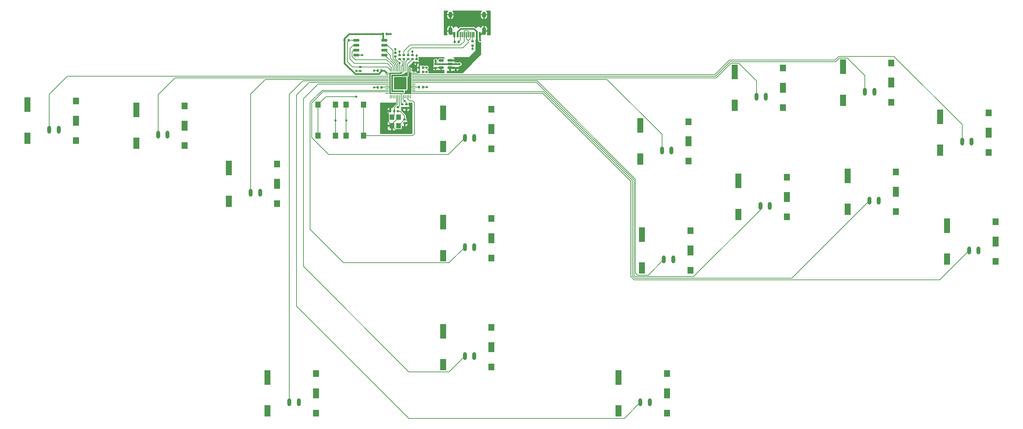
<source format=gtl>
%TF.GenerationSoftware,KiCad,Pcbnew,8.0.8*%
%TF.CreationDate,2025-07-12T18:43:26-05:00*%
%TF.ProjectId,nanosplit,6e616e6f-7370-46c6-9974-2e6b69636164,rev?*%
%TF.SameCoordinates,Original*%
%TF.FileFunction,Copper,L1,Top*%
%TF.FilePolarity,Positive*%
%FSLAX46Y46*%
G04 Gerber Fmt 4.6, Leading zero omitted, Abs format (unit mm)*
G04 Created by KiCad (PCBNEW 8.0.8) date 2025-07-12 18:43:26*
%MOMM*%
%LPD*%
G01*
G04 APERTURE LIST*
G04 Aperture macros list*
%AMRoundRect*
0 Rectangle with rounded corners*
0 $1 Rounding radius*
0 $2 $3 $4 $5 $6 $7 $8 $9 X,Y pos of 4 corners*
0 Add a 4 corners polygon primitive as box body*
4,1,4,$2,$3,$4,$5,$6,$7,$8,$9,$2,$3,0*
0 Add four circle primitives for the rounded corners*
1,1,$1+$1,$2,$3*
1,1,$1+$1,$4,$5*
1,1,$1+$1,$6,$7*
1,1,$1+$1,$8,$9*
0 Add four rect primitives between the rounded corners*
20,1,$1+$1,$2,$3,$4,$5,0*
20,1,$1+$1,$4,$5,$6,$7,0*
20,1,$1+$1,$6,$7,$8,$9,0*
20,1,$1+$1,$8,$9,$2,$3,0*%
G04 Aperture macros list end*
%TA.AperFunction,ComponentPad*%
%ADD10RoundRect,0.500000X-0.000010X-0.500000X0.000010X-0.500000X0.000010X0.500000X-0.000010X0.500000X0*%
%TD*%
%TA.AperFunction,ComponentPad*%
%ADD11R,1.600000X3.800000*%
%TD*%
%TA.AperFunction,ComponentPad*%
%ADD12R,1.600000X3.000000*%
%TD*%
%TA.AperFunction,ComponentPad*%
%ADD13R,1.600000X1.800000*%
%TD*%
%TA.AperFunction,ComponentPad*%
%ADD14R,1.600000X2.600000*%
%TD*%
%TA.AperFunction,SMDPad,CuDef*%
%ADD15RoundRect,0.140000X-0.170000X0.140000X-0.170000X-0.140000X0.170000X-0.140000X0.170000X0.140000X0*%
%TD*%
%TA.AperFunction,SMDPad,CuDef*%
%ADD16RoundRect,0.140000X-0.140000X-0.170000X0.140000X-0.170000X0.140000X0.170000X-0.140000X0.170000X0*%
%TD*%
%TA.AperFunction,SMDPad,CuDef*%
%ADD17RoundRect,0.135000X0.185000X-0.135000X0.185000X0.135000X-0.185000X0.135000X-0.185000X-0.135000X0*%
%TD*%
%TA.AperFunction,SMDPad,CuDef*%
%ADD18RoundRect,0.140000X0.140000X0.170000X-0.140000X0.170000X-0.140000X-0.170000X0.140000X-0.170000X0*%
%TD*%
%TA.AperFunction,SMDPad,CuDef*%
%ADD19R,1.400000X1.600000*%
%TD*%
%TA.AperFunction,SMDPad,CuDef*%
%ADD20RoundRect,0.150000X-0.650000X-0.150000X0.650000X-0.150000X0.650000X0.150000X-0.650000X0.150000X0*%
%TD*%
%TA.AperFunction,SMDPad,CuDef*%
%ADD21RoundRect,0.140000X0.170000X-0.140000X0.170000X0.140000X-0.170000X0.140000X-0.170000X-0.140000X0*%
%TD*%
%TA.AperFunction,SMDPad,CuDef*%
%ADD22RoundRect,0.050000X-0.387500X-0.050000X0.387500X-0.050000X0.387500X0.050000X-0.387500X0.050000X0*%
%TD*%
%TA.AperFunction,SMDPad,CuDef*%
%ADD23RoundRect,0.050000X-0.050000X-0.387500X0.050000X-0.387500X0.050000X0.387500X-0.050000X0.387500X0*%
%TD*%
%TA.AperFunction,ComponentPad*%
%ADD24C,0.600000*%
%TD*%
%TA.AperFunction,SMDPad,CuDef*%
%ADD25RoundRect,0.144000X-1.456000X-1.456000X1.456000X-1.456000X1.456000X1.456000X-1.456000X1.456000X0*%
%TD*%
%TA.AperFunction,SMDPad,CuDef*%
%ADD26RoundRect,0.135000X0.135000X0.185000X-0.135000X0.185000X-0.135000X-0.185000X0.135000X-0.185000X0*%
%TD*%
%TA.AperFunction,SMDPad,CuDef*%
%ADD27R,0.600000X1.450000*%
%TD*%
%TA.AperFunction,SMDPad,CuDef*%
%ADD28R,0.300000X1.450000*%
%TD*%
%TA.AperFunction,ComponentPad*%
%ADD29O,1.000000X2.100000*%
%TD*%
%TA.AperFunction,ComponentPad*%
%ADD30O,1.000000X1.600000*%
%TD*%
%TA.AperFunction,SMDPad,CuDef*%
%ADD31RoundRect,0.135000X-0.185000X0.135000X-0.185000X-0.135000X0.185000X-0.135000X0.185000X0.135000X0*%
%TD*%
%TA.AperFunction,SMDPad,CuDef*%
%ADD32R,1.200000X1.400000*%
%TD*%
%TA.AperFunction,SMDPad,CuDef*%
%ADD33RoundRect,0.135000X-0.135000X-0.185000X0.135000X-0.185000X0.135000X0.185000X-0.135000X0.185000X0*%
%TD*%
%TA.AperFunction,SMDPad,CuDef*%
%ADD34RoundRect,0.150000X0.512500X0.150000X-0.512500X0.150000X-0.512500X-0.150000X0.512500X-0.150000X0*%
%TD*%
%TA.AperFunction,ViaPad*%
%ADD35C,0.600000*%
%TD*%
%TA.AperFunction,Conductor*%
%ADD36C,0.400000*%
%TD*%
%TA.AperFunction,Conductor*%
%ADD37C,0.200000*%
%TD*%
G04 APERTURE END LIST*
D10*
%TO.P,SW7,1,1*%
%TO.N,S1*%
X214400000Y-139300000D03*
%TO.P,SW7,2,2*%
%TO.N,GND*%
X216800000Y-139300000D03*
D11*
%TO.P,SW7,3*%
%TO.N,N/C*%
X208800000Y-132900000D03*
D12*
X208800000Y-141500000D03*
D13*
X221200000Y-131925000D03*
D14*
X221200000Y-137000000D03*
D13*
X221200000Y-142075000D03*
%TD*%
D10*
%TO.P,SW10,1,1*%
%TO.N,B4*%
X289190000Y-100750000D03*
%TO.P,SW10,2,2*%
%TO.N,GND*%
X291590000Y-100750000D03*
D11*
%TO.P,SW10,3*%
%TO.N,N/C*%
X283590000Y-94350000D03*
D12*
X283590000Y-102950000D03*
D13*
X295990000Y-93375000D03*
D14*
X295990000Y-98450000D03*
D13*
X295990000Y-103525000D03*
%TD*%
D15*
%TO.P,C3,1*%
%TO.N,Net-(C3-Pad1)*%
X198970000Y-106560000D03*
%TO.P,C3,2*%
%TO.N,GND*%
X198970000Y-107520000D03*
%TD*%
D10*
%TO.P,SW13,1,1*%
%TO.N,B1*%
X265420000Y-142490000D03*
%TO.P,SW13,2,2*%
%TO.N,GND*%
X267820000Y-142490000D03*
D11*
%TO.P,SW13,3*%
%TO.N,N/C*%
X259820000Y-136090000D03*
D12*
X259820000Y-144690000D03*
D13*
X272220000Y-135115000D03*
D14*
X272220000Y-140190000D03*
D13*
X272220000Y-145265000D03*
%TD*%
D16*
%TO.P,C5,1*%
%TO.N,+3V3*%
X193390000Y-84640000D03*
%TO.P,C5,2*%
%TO.N,GND*%
X194350000Y-84640000D03*
%TD*%
D17*
%TO.P,R5,1*%
%TO.N,Net-(C3-Pad1)*%
X197270000Y-104450000D03*
%TO.P,R5,2*%
%TO.N,XOUT*%
X197270000Y-103430000D03*
%TD*%
D18*
%TO.P,C11,1*%
%TO.N,+3V3*%
X193025000Y-94002500D03*
%TO.P,C11,2*%
%TO.N,GND*%
X192065000Y-94002500D03*
%TD*%
D16*
%TO.P,C16,1*%
%TO.N,+3V3*%
X202690000Y-93240000D03*
%TO.P,C16,2*%
%TO.N,GND*%
X203650000Y-93240000D03*
%TD*%
D10*
%TO.P,SW2,1,1*%
%TO.N,DOWN*%
X135770000Y-110470000D03*
%TO.P,SW2,2,2*%
%TO.N,GND*%
X138170000Y-110470000D03*
D11*
%TO.P,SW2,3*%
%TO.N,N/C*%
X130170000Y-104070000D03*
D12*
X130170000Y-112670000D03*
D13*
X142570000Y-103095000D03*
D14*
X142570000Y-108170000D03*
D13*
X142570000Y-113245000D03*
%TD*%
D19*
%TO.P,SW19,1,1*%
%TO.N,GND*%
X181270000Y-102740000D03*
X181270000Y-110740000D03*
%TO.P,SW19,2,2*%
%TO.N,Net-(R1-Pad2)*%
X176770000Y-102740000D03*
X176770000Y-110740000D03*
%TD*%
D16*
%TO.P,C2,1*%
%TO.N,GND*%
X195310000Y-104340000D03*
%TO.P,C2,2*%
%TO.N,XIN*%
X196270000Y-104340000D03*
%TD*%
D20*
%TO.P,U2,1,~{CS}*%
%TO.N,QSPI_SS*%
X186570000Y-86230000D03*
%TO.P,U2,2,DO(IO1)*%
%TO.N,QSPI_SD1*%
X186570000Y-87500000D03*
%TO.P,U2,3,IO2*%
%TO.N,QSPI_SD2*%
X186570000Y-88770000D03*
%TO.P,U2,4,GND*%
%TO.N,GND*%
X186570000Y-90040000D03*
%TO.P,U2,5,DI(IO0)*%
%TO.N,QSPI_SD0*%
X193770000Y-90040000D03*
%TO.P,U2,6,CLK*%
%TO.N,QSPI_SCLK*%
X193770000Y-88770000D03*
%TO.P,U2,7,IO3*%
%TO.N,QSPI_SD3*%
X193770000Y-87500000D03*
%TO.P,U2,8,VCC*%
%TO.N,+3V3*%
X193770000Y-86230000D03*
%TD*%
D10*
%TO.P,SW15,1,1*%
%TO.N,R2*%
X318130000Y-127390000D03*
%TO.P,SW15,2,2*%
%TO.N,GND*%
X320530000Y-127390000D03*
D11*
%TO.P,SW15,3*%
%TO.N,N/C*%
X312530000Y-120990000D03*
D12*
X312530000Y-129590000D03*
D13*
X324930000Y-120015000D03*
D14*
X324930000Y-125090000D03*
D13*
X324930000Y-130165000D03*
%TD*%
D10*
%TO.P,SW11,1,1*%
%TO.N,R1*%
X316970000Y-99410000D03*
%TO.P,SW11,2,2*%
%TO.N,GND*%
X319370000Y-99410000D03*
D11*
%TO.P,SW11,3*%
%TO.N,N/C*%
X311370000Y-93010000D03*
D12*
X311370000Y-101610000D03*
D13*
X323770000Y-92035000D03*
D14*
X323770000Y-97110000D03*
D13*
X323770000Y-102185000D03*
%TD*%
D10*
%TO.P,SW9,1,1*%
%TO.N,B3*%
X264960000Y-114480000D03*
%TO.P,SW9,2,2*%
%TO.N,GND*%
X267360000Y-114480000D03*
D11*
%TO.P,SW9,3*%
%TO.N,N/C*%
X259360000Y-108080000D03*
D12*
X259360000Y-116680000D03*
D13*
X271760000Y-107105000D03*
D14*
X271760000Y-112180000D03*
D13*
X271760000Y-117255000D03*
%TD*%
D21*
%TO.P,C4,1*%
%TO.N,+3V3*%
X206870000Y-93320000D03*
%TO.P,C4,2*%
%TO.N,GND*%
X206870000Y-92360000D03*
%TD*%
D22*
%TO.P,U3,1,IOVDD*%
%TO.N,+3V3*%
X194432500Y-94677500D03*
%TO.P,U3,2,GPIO0*%
%TO.N,unconnected-(U3-GPIO0-Pad2)*%
X194432500Y-95077500D03*
%TO.P,U3,3,GPIO1*%
%TO.N,LEFT*%
X194432500Y-95477500D03*
%TO.P,U3,4,GPIO2*%
%TO.N,DOWN*%
X194432500Y-95877500D03*
%TO.P,U3,5,GPIO3*%
%TO.N,RIGHT*%
X194432500Y-96277500D03*
%TO.P,U3,6,GPIO4*%
%TO.N,UP1*%
X194432500Y-96677500D03*
%TO.P,U3,7,GPIO5*%
%TO.N,UP2*%
X194432500Y-97077500D03*
%TO.P,U3,8,GPIO6*%
%TO.N,A1*%
X194432500Y-97477500D03*
%TO.P,U3,9,GPIO7*%
%TO.N,unconnected-(U3-GPIO7-Pad9)*%
X194432500Y-97877500D03*
%TO.P,U3,10,IOVDD*%
%TO.N,+3V3*%
X194432500Y-98277500D03*
%TO.P,U3,11,GPIO8*%
%TO.N,unconnected-(U3-GPIO8-Pad11)*%
X194432500Y-98677500D03*
%TO.P,U3,12,GPIO9*%
%TO.N,S1*%
X194432500Y-99077500D03*
%TO.P,U3,13,GPIO10*%
%TO.N,S2*%
X194432500Y-99477500D03*
%TO.P,U3,14,GPIO11*%
%TO.N,unconnected-(U3-GPIO11-Pad14)*%
X194432500Y-99877500D03*
D23*
%TO.P,U3,15,GPIO12*%
%TO.N,unconnected-(U3-GPIO12-Pad15)*%
X195270000Y-100715000D03*
%TO.P,U3,16,GPIO13*%
%TO.N,unconnected-(U3-GPIO13-Pad16)*%
X195670000Y-100715000D03*
%TO.P,U3,17,GPIO14*%
%TO.N,unconnected-(U3-GPIO14-Pad17)*%
X196070000Y-100715000D03*
%TO.P,U3,18,GPIO15*%
%TO.N,unconnected-(U3-GPIO15-Pad18)*%
X196470000Y-100715000D03*
%TO.P,U3,19,TESTEN*%
%TO.N,GND*%
X196870000Y-100715000D03*
%TO.P,U3,20,XIN*%
%TO.N,XIN*%
X197270000Y-100715000D03*
%TO.P,U3,21,XOUT*%
%TO.N,XOUT*%
X197670000Y-100715000D03*
%TO.P,U3,22,IOVDD*%
%TO.N,+3V3*%
X198070000Y-100715000D03*
%TO.P,U3,23,DVDD*%
%TO.N,+1V1*%
X198470000Y-100715000D03*
%TO.P,U3,24,SWCLK*%
%TO.N,unconnected-(U3-SWCLK-Pad24)*%
X198870000Y-100715000D03*
%TO.P,U3,25,SWD*%
%TO.N,unconnected-(U3-SWD-Pad25)*%
X199270000Y-100715000D03*
%TO.P,U3,26,RUN*%
%TO.N,Net-(U3-RUN)*%
X199670000Y-100715000D03*
%TO.P,U3,27,GPIO16*%
%TO.N,unconnected-(U3-GPIO16-Pad27)*%
X200070000Y-100715000D03*
%TO.P,U3,28,GPIO17*%
%TO.N,unconnected-(U3-GPIO17-Pad28)*%
X200470000Y-100715000D03*
D22*
%TO.P,U3,29,GPIO18*%
%TO.N,L2*%
X201307500Y-99877500D03*
%TO.P,U3,30,GPIO19*%
%TO.N,R2*%
X201307500Y-99477500D03*
%TO.P,U3,31,GPIO20*%
%TO.N,unconnected-(U3-GPIO20-Pad31)*%
X201307500Y-99077500D03*
%TO.P,U3,32,GPIO21*%
%TO.N,unconnected-(U3-GPIO21-Pad32)*%
X201307500Y-98677500D03*
%TO.P,U3,33,IOVDD*%
%TO.N,+3V3*%
X201307500Y-98277500D03*
%TO.P,U3,34,GPIO22*%
%TO.N,unconnected-(U3-GPIO22-Pad34)*%
X201307500Y-97877500D03*
%TO.P,U3,35,GPIO23*%
%TO.N,unconnected-(U3-GPIO23-Pad35)*%
X201307500Y-97477500D03*
%TO.P,U3,36,GPIO24*%
%TO.N,B2*%
X201307500Y-97077500D03*
%TO.P,U3,37,GPIO25*%
%TO.N,B1*%
X201307500Y-96677500D03*
%TO.P,U3,38,GPIO26_ADC0*%
%TO.N,B3*%
X201307500Y-96277500D03*
%TO.P,U3,39,GPIO27_ADC1*%
%TO.N,B4*%
X201307500Y-95877500D03*
%TO.P,U3,40,GPIO28_ADC2*%
%TO.N,R1*%
X201307500Y-95477500D03*
%TO.P,U3,41,GPIO29_ADC3*%
%TO.N,L1*%
X201307500Y-95077500D03*
%TO.P,U3,42,IOVDD*%
%TO.N,+3V3*%
X201307500Y-94677500D03*
D23*
%TO.P,U3,43,ADC_AVDD*%
X200470000Y-93840000D03*
%TO.P,U3,44,VREG_IN*%
X200070000Y-93840000D03*
%TO.P,U3,45,VREG_VOUT*%
%TO.N,+1V1*%
X199670000Y-93840000D03*
%TO.P,U3,46,USB_DM*%
%TO.N,Net-(U3-USB_DM)*%
X199270000Y-93840000D03*
%TO.P,U3,47,USB_DP*%
%TO.N,Net-(U3-USB_DP)*%
X198870000Y-93840000D03*
%TO.P,U3,48,USB_VDD*%
%TO.N,+3V3*%
X198470000Y-93840000D03*
%TO.P,U3,49,IOVDD*%
X198070000Y-93840000D03*
%TO.P,U3,50,DVDD*%
%TO.N,+1V1*%
X197670000Y-93840000D03*
%TO.P,U3,51,QSPI_SD3*%
%TO.N,QSPI_SD3*%
X197270000Y-93840000D03*
%TO.P,U3,52,QSPI_SCLK*%
%TO.N,QSPI_SCLK*%
X196870000Y-93840000D03*
%TO.P,U3,53,QSPI_SD0*%
%TO.N,QSPI_SD0*%
X196470000Y-93840000D03*
%TO.P,U3,54,QSPI_SD2*%
%TO.N,QSPI_SD2*%
X196070000Y-93840000D03*
%TO.P,U3,55,QSPI_SD1*%
%TO.N,QSPI_SD1*%
X195670000Y-93840000D03*
%TO.P,U3,56,QSPI_SS*%
%TO.N,QSPI_SS*%
X195270000Y-93840000D03*
D24*
%TO.P,U3,57,GND*%
%TO.N,GND*%
X196595000Y-96002500D03*
X196595000Y-97277500D03*
X196595000Y-98552500D03*
X197870000Y-96002500D03*
X197870000Y-97277500D03*
D25*
X197870000Y-97277500D03*
D24*
X197870000Y-98552500D03*
X199145000Y-96002500D03*
X199145000Y-97277500D03*
X199145000Y-98552500D03*
%TD*%
D10*
%TO.P,SW3,1,1*%
%TO.N,RIGHT*%
X159490000Y-125360000D03*
%TO.P,SW3,2,2*%
%TO.N,GND*%
X161890000Y-125360000D03*
D11*
%TO.P,SW3,3*%
%TO.N,N/C*%
X153890000Y-118960000D03*
D12*
X153890000Y-127560000D03*
D13*
X166290000Y-117985000D03*
D14*
X166290000Y-123060000D03*
D13*
X166290000Y-128135000D03*
%TD*%
D26*
%TO.P,R6,1*%
%TO.N,Net-(USB1-CC2)*%
X212800000Y-86637500D03*
%TO.P,R6,2*%
%TO.N,GND*%
X211780000Y-86637500D03*
%TD*%
D21*
%TO.P,C10,1*%
%TO.N,+3V3*%
X202070000Y-92000000D03*
%TO.P,C10,2*%
%TO.N,GND*%
X202070000Y-91040000D03*
%TD*%
D10*
%TO.P,SW4,1,1*%
%TO.N,UP1*%
X169400000Y-179140000D03*
%TO.P,SW4,2,2*%
%TO.N,GND*%
X171800000Y-179140000D03*
D11*
%TO.P,SW4,3*%
%TO.N,N/C*%
X163800000Y-172740000D03*
D12*
X163800000Y-181340000D03*
D13*
X176200000Y-171765000D03*
D14*
X176200000Y-176840000D03*
D13*
X176200000Y-181915000D03*
%TD*%
D21*
%TO.P,C9,1*%
%TO.N,+3V3*%
X197670000Y-91020000D03*
%TO.P,C9,2*%
%TO.N,GND*%
X197670000Y-90060000D03*
%TD*%
D27*
%TO.P,USB1,1,GND*%
%TO.N,GND*%
X218250000Y-84782500D03*
%TO.P,USB1,2,VBUS*%
%TO.N,+5V*%
X217450000Y-84782500D03*
D28*
%TO.P,USB1,3,SBU2*%
%TO.N,unconnected-(USB1-SBU2-Pad3)*%
X216750000Y-84782500D03*
%TO.P,USB1,4,CC1*%
%TO.N,Net-(USB1-CC1)*%
X216250000Y-84782500D03*
%TO.P,USB1,5,DN2*%
%TO.N,D-*%
X215750000Y-84782500D03*
%TO.P,USB1,6,DP1*%
%TO.N,D+*%
X215250000Y-84782500D03*
%TO.P,USB1,7,DN1*%
%TO.N,D-*%
X214750000Y-84782500D03*
%TO.P,USB1,8,DP2*%
%TO.N,D+*%
X214250000Y-84782500D03*
%TO.P,USB1,9,SBU1*%
%TO.N,unconnected-(USB1-SBU1-Pad9)*%
X213750000Y-84782500D03*
%TO.P,USB1,10,CC2*%
%TO.N,Net-(USB1-CC2)*%
X213250000Y-84782500D03*
D27*
%TO.P,USB1,11,VBUS*%
%TO.N,+5V*%
X212550000Y-84782500D03*
%TO.P,USB1,12,GND*%
%TO.N,GND*%
X211750000Y-84782500D03*
D29*
%TO.P,USB1,13,SHIELD*%
X219320000Y-83867500D03*
D30*
X219320000Y-79687500D03*
D29*
X210680000Y-83867500D03*
D30*
X210680000Y-79687500D03*
%TD*%
D10*
%TO.P,SW16,1,1*%
%TO.N,L2*%
X343680000Y-140200000D03*
%TO.P,SW16,2,2*%
%TO.N,GND*%
X346080000Y-140200000D03*
D11*
%TO.P,SW16,3*%
%TO.N,N/C*%
X338080000Y-133800000D03*
D12*
X338080000Y-142400000D03*
D13*
X350480000Y-132825000D03*
D14*
X350480000Y-137900000D03*
D13*
X350480000Y-142975000D03*
%TD*%
D19*
%TO.P,SW20,1,1*%
%TO.N,GND*%
X183970000Y-110740000D03*
X183970000Y-102740000D03*
%TO.P,SW20,2,2*%
%TO.N,Net-(U3-RUN)*%
X188470000Y-110740000D03*
X188470000Y-102740000D03*
%TD*%
D10*
%TO.P,SW6,1,1*%
%TO.N,S2*%
X214400000Y-111300000D03*
%TO.P,SW6,2,2*%
%TO.N,GND*%
X216800000Y-111300000D03*
D11*
%TO.P,SW6,3*%
%TO.N,N/C*%
X208800000Y-104900000D03*
D12*
X208800000Y-113500000D03*
D13*
X221200000Y-103925000D03*
D14*
X221200000Y-109000000D03*
D13*
X221200000Y-114075000D03*
%TD*%
D31*
%TO.P,R4,1*%
%TO.N,D-*%
X199870000Y-90030000D03*
%TO.P,R4,2*%
%TO.N,Net-(U3-USB_DM)*%
X199870000Y-91050000D03*
%TD*%
D21*
%TO.P,C6,1*%
%TO.N,+1V1*%
X196570000Y-90420000D03*
%TO.P,C6,2*%
%TO.N,GND*%
X196570000Y-89460000D03*
%TD*%
D32*
%TO.P,Y1,1,1*%
%TO.N,XIN*%
X195720000Y-105940000D03*
%TO.P,Y1,2,2*%
%TO.N,GND*%
X195720000Y-108140000D03*
%TO.P,Y1,3,3*%
%TO.N,Net-(C3-Pad1)*%
X197420000Y-108140000D03*
%TO.P,Y1,4,4*%
%TO.N,GND*%
X197420000Y-105940000D03*
%TD*%
D10*
%TO.P,SW8,1,1*%
%TO.N,A1*%
X214400000Y-167300000D03*
%TO.P,SW8,2,2*%
%TO.N,GND*%
X216800000Y-167300000D03*
D11*
%TO.P,SW8,3*%
%TO.N,N/C*%
X208800000Y-160900000D03*
D12*
X208800000Y-169500000D03*
D13*
X221200000Y-159925000D03*
D14*
X221200000Y-165000000D03*
D13*
X221200000Y-170075000D03*
%TD*%
D10*
%TO.P,SW5,1,1*%
%TO.N,UP2*%
X259400000Y-179140000D03*
%TO.P,SW5,2,2*%
%TO.N,GND*%
X261800000Y-179140000D03*
D11*
%TO.P,SW5,3*%
%TO.N,N/C*%
X253800000Y-172740000D03*
D12*
X253800000Y-181340000D03*
D13*
X266200000Y-171765000D03*
D14*
X266200000Y-176840000D03*
D13*
X266200000Y-181915000D03*
%TD*%
D10*
%TO.P,SW1,1,1*%
%TO.N,LEFT*%
X107860000Y-109160000D03*
%TO.P,SW1,2,2*%
%TO.N,GND*%
X110260000Y-109160000D03*
D11*
%TO.P,SW1,3*%
%TO.N,N/C*%
X102260000Y-102760000D03*
D12*
X102260000Y-111360000D03*
D13*
X114660000Y-101785000D03*
D14*
X114660000Y-106860000D03*
D13*
X114660000Y-111935000D03*
%TD*%
D18*
%TO.P,C13,1*%
%TO.N,+3V3*%
X193025000Y-98302500D03*
%TO.P,C13,2*%
%TO.N,GND*%
X192065000Y-98302500D03*
%TD*%
D31*
%TO.P,R1,1*%
%TO.N,QSPI_SS*%
X187545000Y-93092500D03*
%TO.P,R1,2*%
%TO.N,Net-(R1-Pad2)*%
X187545000Y-94112500D03*
%TD*%
%TO.P,R3,1*%
%TO.N,D+*%
X198770000Y-90030000D03*
%TO.P,R3,2*%
%TO.N,Net-(U3-USB_DP)*%
X198770000Y-91050000D03*
%TD*%
D21*
%TO.P,C1,1*%
%TO.N,+5V*%
X212070000Y-93320000D03*
%TO.P,C1,2*%
%TO.N,GND*%
X212070000Y-92360000D03*
%TD*%
D15*
%TO.P,C7,1*%
%TO.N,+1V1*%
X199470000Y-102660000D03*
%TO.P,C7,2*%
%TO.N,GND*%
X199470000Y-103620000D03*
%TD*%
%TO.P,C14,1*%
%TO.N,+3V3*%
X198370000Y-102660000D03*
%TO.P,C14,2*%
%TO.N,GND*%
X198370000Y-103620000D03*
%TD*%
D10*
%TO.P,SW12,1,1*%
%TO.N,L1*%
X341900000Y-112260000D03*
%TO.P,SW12,2,2*%
%TO.N,GND*%
X344300000Y-112260000D03*
D11*
%TO.P,SW12,3*%
%TO.N,N/C*%
X336300000Y-105860000D03*
D12*
X336300000Y-114460000D03*
D13*
X348700000Y-104885000D03*
D14*
X348700000Y-109960000D03*
D13*
X348700000Y-115035000D03*
%TD*%
D33*
%TO.P,R2,1*%
%TO.N,+3V3*%
X183560000Y-86240000D03*
%TO.P,R2,2*%
%TO.N,QSPI_SS*%
X184580000Y-86240000D03*
%TD*%
D34*
%TO.P,U1,1,IN*%
%TO.N,+5V*%
X210607500Y-93290000D03*
%TO.P,U1,2,GND*%
%TO.N,GND*%
X210607500Y-92340000D03*
%TO.P,U1,3,EN*%
%TO.N,+5V*%
X210607500Y-91390000D03*
%TO.P,U1,4,NC*%
%TO.N,unconnected-(U1-NC-Pad4)*%
X208332500Y-91390000D03*
%TO.P,U1,5,OUT*%
%TO.N,+3V3*%
X208332500Y-93290000D03*
%TD*%
D31*
%TO.P,R7,1*%
%TO.N,Net-(USB1-CC1)*%
X216400000Y-86527500D03*
%TO.P,R7,2*%
%TO.N,GND*%
X216400000Y-87547500D03*
%TD*%
D16*
%TO.P,C12,1*%
%TO.N,+3V3*%
X202690000Y-98240000D03*
%TO.P,C12,2*%
%TO.N,GND*%
X203650000Y-98240000D03*
%TD*%
D21*
%TO.P,C8,1*%
%TO.N,+1V1*%
X200970000Y-91020000D03*
%TO.P,C8,2*%
%TO.N,GND*%
X200970000Y-90060000D03*
%TD*%
D10*
%TO.P,SW14,1,1*%
%TO.N,B2*%
X290170000Y-128720000D03*
%TO.P,SW14,2,2*%
%TO.N,GND*%
X292570000Y-128720000D03*
D11*
%TO.P,SW14,3*%
%TO.N,N/C*%
X284570000Y-122320000D03*
D12*
X284570000Y-130920000D03*
D13*
X296970000Y-121345000D03*
D14*
X296970000Y-126420000D03*
D13*
X296970000Y-131495000D03*
%TD*%
D16*
%TO.P,C15,1*%
%TO.N,+3V3*%
X202690000Y-94340000D03*
%TO.P,C15,2*%
%TO.N,GND*%
X203650000Y-94340000D03*
%TD*%
D35*
%TO.N,GND*%
X204570000Y-94340000D03*
X193070000Y-105540000D03*
X202070000Y-90140000D03*
X200970000Y-89140000D03*
X194070000Y-103140000D03*
X216400000Y-88437500D03*
X199970000Y-109440000D03*
X200670000Y-106440000D03*
X193070000Y-109040000D03*
X191170000Y-98340000D03*
X196370000Y-102540000D03*
X198970000Y-104640000D03*
X184070000Y-106840000D03*
X204570000Y-93240000D03*
X197470000Y-109940000D03*
X191170000Y-94040000D03*
X181270000Y-106840000D03*
X197670000Y-89140000D03*
X188070000Y-90040000D03*
X196570000Y-88540000D03*
X200370000Y-103640000D03*
X195370000Y-84640000D03*
X218290000Y-86237500D03*
X213070000Y-92340000D03*
X194070000Y-107240000D03*
X204670000Y-98240000D03*
X206870000Y-91440000D03*
%TO.N,+1V1*%
X198970000Y-101840000D03*
X198670000Y-95140000D03*
X198470000Y-99377500D03*
X197670000Y-92040000D03*
%TO.N,Net-(R1-Pad2)*%
X186570000Y-94140000D03*
X186570000Y-100740000D03*
%TD*%
D36*
%TO.N,+5V*%
X213109950Y-91390000D02*
X210607500Y-91390000D01*
X214049975Y-92349975D02*
X214049975Y-92330025D01*
X210637500Y-93320000D02*
X210607500Y-93290000D01*
X213300000Y-83257500D02*
X212550000Y-84007500D01*
X212550000Y-84007500D02*
X212550000Y-84782500D01*
X212070000Y-93320000D02*
X210637500Y-93320000D01*
X217450000Y-88949950D02*
X217450000Y-84782500D01*
X214049975Y-92330025D02*
X213109950Y-91390000D01*
X217450000Y-84782500D02*
X217450000Y-83993516D01*
X212070000Y-93320000D02*
X213079950Y-93320000D01*
X213079950Y-93320000D02*
X214049975Y-92349975D01*
X217450000Y-83993516D02*
X216713984Y-83257500D01*
X214049975Y-92349975D02*
X217450000Y-88949950D01*
X216713984Y-83257500D02*
X213300000Y-83257500D01*
D37*
%TO.N,GND*%
X195720000Y-108140000D02*
X195720000Y-108040000D01*
D36*
X206870000Y-92360000D02*
X206870000Y-91440000D01*
D37*
X184070000Y-106840000D02*
X183970000Y-106940000D01*
X181270000Y-102740000D02*
X181270000Y-106840000D01*
X194820000Y-107140000D02*
X194820000Y-104830000D01*
X216400000Y-87547500D02*
X216400000Y-88437500D01*
X184070000Y-106840000D02*
X183970000Y-106740000D01*
X196570000Y-89460000D02*
X196570000Y-88540000D01*
X196620000Y-109140000D02*
X198170000Y-109140000D01*
D36*
X218250000Y-86197500D02*
X218290000Y-86237500D01*
X210607500Y-92340000D02*
X212050000Y-92340000D01*
D37*
X197670000Y-90060000D02*
X197670000Y-89140000D01*
X197420000Y-105940000D02*
X197420000Y-106040000D01*
D36*
X218405000Y-84782500D02*
X219320000Y-83867500D01*
D37*
X191207500Y-94002500D02*
X191170000Y-94040000D01*
X191207500Y-98302500D02*
X191170000Y-98340000D01*
X199470000Y-103620000D02*
X200350000Y-103620000D01*
X211750000Y-86607500D02*
X211780000Y-86637500D01*
X195310000Y-103600000D02*
X196370000Y-102540000D01*
D36*
X194350000Y-84640000D02*
X195370000Y-84640000D01*
D37*
X181270000Y-106840000D02*
X181270000Y-110740000D01*
X195720000Y-108040000D02*
X194820000Y-107140000D01*
X194820000Y-104830000D02*
X195310000Y-104340000D01*
X211750000Y-84782500D02*
X211750000Y-86607500D01*
X202070000Y-91040000D02*
X202070000Y-90140000D01*
X198370000Y-104040000D02*
X198970000Y-104640000D01*
X200970000Y-90060000D02*
X200970000Y-89140000D01*
X196870000Y-102040000D02*
X196870000Y-100715000D01*
X198170000Y-109140000D02*
X198970000Y-108340000D01*
D36*
X218250000Y-84782500D02*
X218250000Y-86197500D01*
D37*
X203650000Y-93240000D02*
X204570000Y-93240000D01*
X195720000Y-108140000D02*
X195720000Y-108240000D01*
D36*
X213050000Y-92360000D02*
X213070000Y-92340000D01*
D37*
X198970000Y-108340000D02*
X198970000Y-107520000D01*
X195720000Y-108240000D02*
X196620000Y-109140000D01*
D36*
X210607500Y-92340000D02*
X206890000Y-92340000D01*
D37*
X192065000Y-94002500D02*
X191207500Y-94002500D01*
X196370000Y-102540000D02*
X196870000Y-102040000D01*
D36*
X211595000Y-84782500D02*
X210680000Y-83867500D01*
D37*
X195310000Y-104340000D02*
X195310000Y-103600000D01*
X192065000Y-98302500D02*
X191207500Y-98302500D01*
X203650000Y-98240000D02*
X204670000Y-98240000D01*
X197420000Y-106040000D02*
X195720000Y-107740000D01*
X200350000Y-103620000D02*
X200370000Y-103640000D01*
X203650000Y-94340000D02*
X204570000Y-94340000D01*
X211750000Y-84782500D02*
X211595000Y-84782500D01*
D36*
X218405000Y-84782500D02*
X218250000Y-84782500D01*
D37*
X186570000Y-90040000D02*
X188070000Y-90040000D01*
D36*
X212050000Y-92340000D02*
X212070000Y-92360000D01*
D37*
X206890000Y-92340000D02*
X206870000Y-92360000D01*
D36*
X212070000Y-92360000D02*
X213050000Y-92360000D01*
D37*
X183970000Y-106740000D02*
X183970000Y-102740000D01*
X183970000Y-106940000D02*
X183970000Y-110740000D01*
X195720000Y-107740000D02*
X195720000Y-108140000D01*
X198370000Y-103620000D02*
X198370000Y-104040000D01*
%TO.N,XIN*%
X196270000Y-105390000D02*
X195720000Y-105940000D01*
X197270000Y-100715000D02*
X197270000Y-102491076D01*
X197270000Y-102491076D02*
X196270000Y-103491076D01*
X196270000Y-104340000D02*
X196270000Y-105390000D01*
X196270000Y-103491076D02*
X196270000Y-104340000D01*
%TO.N,Net-(C3-Pad1)*%
X197270000Y-104450000D02*
X197830000Y-104450000D01*
X197420000Y-108133866D02*
X197420000Y-108140000D01*
X198970000Y-105590000D02*
X198970000Y-106560000D01*
X198970000Y-106583866D02*
X197420000Y-108133866D01*
X197830000Y-104450000D02*
X198970000Y-105590000D01*
X198970000Y-106560000D02*
X198970000Y-106583866D01*
%TO.N,+3V3*%
X198470000Y-93840000D02*
X198470000Y-92440000D01*
X206900000Y-93290000D02*
X206870000Y-93320000D01*
D36*
X193025000Y-94002500D02*
X193025000Y-94120056D01*
D37*
X194432500Y-94677500D02*
X194295000Y-94540000D01*
D36*
X184710000Y-84640000D02*
X193390000Y-84640000D01*
D37*
X198470000Y-92440000D02*
X198470000Y-91820000D01*
D36*
X194270000Y-94540000D02*
X193757500Y-94027500D01*
X193025000Y-94120056D02*
X192305056Y-94840000D01*
D37*
X193757500Y-94027500D02*
X193757500Y-94002500D01*
X201110000Y-92000000D02*
X200070000Y-93040000D01*
X201307500Y-94677500D02*
X202352500Y-94677500D01*
X198070000Y-92840000D02*
X198470000Y-92440000D01*
X200470000Y-93840000D02*
X200470000Y-93240000D01*
X200070000Y-93040000D02*
X200070000Y-93840000D01*
X200470000Y-93240000D02*
X202690000Y-93240000D01*
X200507500Y-94677500D02*
X200470000Y-94640000D01*
X202690000Y-98240000D02*
X202652500Y-98277500D01*
X198070000Y-93840000D02*
X198070000Y-92840000D01*
X200070000Y-94540000D02*
X200170000Y-94640000D01*
X198070000Y-100715000D02*
X198070000Y-102360000D01*
X198470000Y-91820000D02*
X197670000Y-91020000D01*
X195177500Y-98277500D02*
X195200000Y-98300000D01*
X201307500Y-94677500D02*
X200507500Y-94677500D01*
X194295000Y-94540000D02*
X194270000Y-94540000D01*
D36*
X183560000Y-85790000D02*
X184710000Y-84640000D01*
X193390000Y-85850000D02*
X193770000Y-86230000D01*
D37*
X202070000Y-92000000D02*
X201110000Y-92000000D01*
X198070000Y-93840000D02*
X198070000Y-94373860D01*
X200470000Y-94640000D02*
X200470000Y-93840000D01*
D36*
X183560000Y-92119950D02*
X183560000Y-86240000D01*
D37*
X200422500Y-98277500D02*
X200400000Y-98300000D01*
X200070000Y-93840000D02*
X200070000Y-94540000D01*
X197803860Y-94640000D02*
X197770000Y-94640000D01*
D36*
X204430000Y-92000000D02*
X205750000Y-93320000D01*
X183560000Y-86240000D02*
X183560000Y-85790000D01*
D37*
X195177500Y-94677500D02*
X195300000Y-94800000D01*
X194432500Y-94677500D02*
X195177500Y-94677500D01*
X202652500Y-98277500D02*
X201307500Y-98277500D01*
X208332500Y-93290000D02*
X206900000Y-93290000D01*
X198070000Y-102360000D02*
X198370000Y-102660000D01*
X201307500Y-98277500D02*
X200422500Y-98277500D01*
D36*
X193050000Y-98277500D02*
X193025000Y-98302500D01*
X192305056Y-94840000D02*
X186280050Y-94840000D01*
D37*
X202352500Y-94677500D02*
X202690000Y-94340000D01*
D36*
X186280050Y-94840000D02*
X183560000Y-92119950D01*
D37*
X194432500Y-98277500D02*
X195177500Y-98277500D01*
X194432500Y-98277500D02*
X193050000Y-98277500D01*
X198070000Y-94373860D02*
X197803860Y-94640000D01*
X198070000Y-100715000D02*
X198070000Y-99940000D01*
D36*
X193390000Y-84640000D02*
X193390000Y-85850000D01*
D37*
X198470000Y-94340000D02*
X198170000Y-94640000D01*
D36*
X193025000Y-94002500D02*
X193757500Y-94002500D01*
X202070000Y-92000000D02*
X204430000Y-92000000D01*
X205750000Y-93320000D02*
X206870000Y-93320000D01*
D37*
X198470000Y-93840000D02*
X198470000Y-94340000D01*
%TO.N,+1V1*%
X199470000Y-102340000D02*
X198970000Y-101840000D01*
X196570000Y-90940000D02*
X196570000Y-90420000D01*
X198970000Y-101840000D02*
X198470000Y-101340000D01*
X199470000Y-102660000D02*
X199470000Y-102340000D01*
X199670000Y-92320000D02*
X199670000Y-93840000D01*
X199670000Y-93840000D02*
X199670000Y-94440000D01*
X198470000Y-101340000D02*
X198470000Y-100715000D01*
X197670000Y-92040000D02*
X196570000Y-90940000D01*
X200970000Y-91020000D02*
X199670000Y-92320000D01*
X197670000Y-93840000D02*
X197670000Y-92040000D01*
X199670000Y-94440000D02*
X199470000Y-94640000D01*
%TO.N,Net-(R1-Pad2)*%
X187517500Y-94140000D02*
X187545000Y-94112500D01*
X178770000Y-100740000D02*
X186570000Y-100740000D01*
X176770000Y-110740000D02*
X176770000Y-102740000D01*
X186570000Y-94140000D02*
X187517500Y-94140000D01*
X176770000Y-102740000D02*
X178770000Y-100740000D01*
%TO.N,QSPI_SS*%
X184590000Y-86230000D02*
X184580000Y-86240000D01*
X184320000Y-86640000D02*
X184580000Y-86380000D01*
X186570000Y-86230000D02*
X184590000Y-86230000D01*
X184580000Y-86380000D02*
X184580000Y-86240000D01*
X187545000Y-93092500D02*
X185672500Y-93092500D01*
X195270000Y-93840000D02*
X194522500Y-93092500D01*
X194522500Y-93092500D02*
X187545000Y-93092500D01*
X185672500Y-93092500D02*
X184320000Y-91740000D01*
X184320000Y-91740000D02*
X184320000Y-86640000D01*
%TO.N,Net-(U3-USB_DP)*%
X198870000Y-91150000D02*
X198770000Y-91050000D01*
X198870000Y-93840000D02*
X198870000Y-91150000D01*
%TO.N,D+*%
X215250000Y-83807500D02*
X215250000Y-84782500D01*
X214250000Y-84782500D02*
X214250000Y-86550000D01*
X215200000Y-83757500D02*
X215250000Y-83807500D01*
X200350000Y-87450000D02*
X198770000Y-89030000D01*
X213350000Y-87450000D02*
X200350000Y-87450000D01*
X214300000Y-83757500D02*
X215200000Y-83757500D01*
X198770000Y-89030000D02*
X198770000Y-90030000D01*
X214250000Y-86550000D02*
X213350000Y-87450000D01*
X214250000Y-83807500D02*
X214300000Y-83757500D01*
X214250000Y-84782500D02*
X214250000Y-83807500D01*
%TO.N,D-*%
X215750000Y-85877500D02*
X215750000Y-84782500D01*
X214750000Y-85797500D02*
X215290000Y-86337500D01*
X215290000Y-86337500D02*
X215750000Y-85877500D01*
X213950000Y-88150000D02*
X215290000Y-86810000D01*
X214750000Y-84782500D02*
X214750000Y-85797500D01*
X200750000Y-88150000D02*
X213950000Y-88150000D01*
X199870000Y-89030000D02*
X200750000Y-88150000D01*
X215290000Y-86810000D02*
X215290000Y-86337500D01*
X199870000Y-90030000D02*
X199870000Y-89030000D01*
%TO.N,Net-(U3-USB_DM)*%
X199270000Y-91650000D02*
X199270000Y-93840000D01*
X199870000Y-91050000D02*
X199270000Y-91650000D01*
%TO.N,XOUT*%
X197670000Y-103030000D02*
X197270000Y-103430000D01*
X197670000Y-100715000D02*
X197670000Y-103030000D01*
%TO.N,Net-(USB1-CC2)*%
X212800000Y-86637500D02*
X213250000Y-86187500D01*
X213250000Y-86187500D02*
X213250000Y-84782500D01*
%TO.N,Net-(USB1-CC1)*%
X216250000Y-86377500D02*
X216250000Y-84782500D01*
X216400000Y-86527500D02*
X216250000Y-86377500D01*
%TO.N,LEFT*%
X112522500Y-95477500D02*
X194432500Y-95477500D01*
X107860000Y-100140000D02*
X112522500Y-95477500D01*
X107860000Y-109160000D02*
X107860000Y-100140000D01*
%TO.N,DOWN*%
X135770000Y-100230000D02*
X140122500Y-95877500D01*
X135770000Y-110470000D02*
X135770000Y-100230000D01*
X140122500Y-95877500D02*
X194432500Y-95877500D01*
%TO.N,RIGHT*%
X159490000Y-100010000D02*
X163222500Y-96277500D01*
X159490000Y-125360000D02*
X159490000Y-100010000D01*
X163222500Y-96277500D02*
X194432500Y-96277500D01*
%TO.N,UP1*%
X169400000Y-179140000D02*
X169400000Y-100100000D01*
X169400000Y-100100000D02*
X172822500Y-96677500D01*
X172822500Y-96677500D02*
X194432500Y-96677500D01*
%TO.N,UP2*%
X171250000Y-100250000D02*
X174422500Y-97077500D01*
X255290000Y-183250000D02*
X200000000Y-183250000D01*
X174422500Y-97077500D02*
X194432500Y-97077500D01*
X171250000Y-154500000D02*
X171250000Y-100250000D01*
X200000000Y-183250000D02*
X171250000Y-154500000D01*
X259400000Y-179140000D02*
X255290000Y-183250000D01*
%TO.N,S2*%
X175150000Y-111220000D02*
X175150000Y-102350000D01*
X178022500Y-99477500D02*
X194432500Y-99477500D01*
X210200000Y-115500000D02*
X179430000Y-115500000D01*
X179430000Y-115500000D02*
X175150000Y-111220000D01*
X175150000Y-102350000D02*
X178022500Y-99477500D01*
X214400000Y-111300000D02*
X210200000Y-115500000D01*
%TO.N,S1*%
X174750000Y-102184314D02*
X177856814Y-99077500D01*
X177856814Y-99077500D02*
X194432500Y-99077500D01*
X210400000Y-143300000D02*
X183300000Y-143300000D01*
X183300000Y-143300000D02*
X174750000Y-134750000D01*
X214400000Y-139300000D02*
X210400000Y-143300000D01*
X174750000Y-134750000D02*
X174750000Y-102184314D01*
%TO.N,A1*%
X173000000Y-101250000D02*
X176772500Y-97477500D01*
X176772500Y-97477500D02*
X194432500Y-97477500D01*
X200050000Y-171300000D02*
X173000000Y-144250000D01*
X214400000Y-167300000D02*
X210400000Y-171300000D01*
X173000000Y-144250000D02*
X173000000Y-101250000D01*
X210400000Y-171300000D02*
X200050000Y-171300000D01*
%TO.N,B3*%
X264960000Y-114480000D02*
X264960000Y-110380000D01*
X250857500Y-96277500D02*
X201307500Y-96277500D01*
X264960000Y-110380000D02*
X250857500Y-96277500D01*
%TO.N,B4*%
X289190000Y-100750000D02*
X289190000Y-96650000D01*
X289190000Y-96650000D02*
X284690000Y-92150000D01*
X282600000Y-92150000D02*
X278872500Y-95877500D01*
X278872500Y-95877500D02*
X201307500Y-95877500D01*
X284690000Y-92150000D02*
X282600000Y-92150000D01*
%TO.N,R1*%
X312470000Y-90810000D02*
X310440000Y-90810000D01*
X316970000Y-99410000D02*
X316970000Y-95310000D01*
X282434315Y-91750000D02*
X278706815Y-95477500D01*
X310440000Y-90810000D02*
X309500000Y-91750000D01*
X278706815Y-95477500D02*
X201307500Y-95477500D01*
X316970000Y-95310000D02*
X312470000Y-90810000D01*
X309500000Y-91750000D02*
X282434315Y-91750000D01*
%TO.N,L1*%
X341900000Y-112260000D02*
X341900000Y-107865000D01*
X278541129Y-95077500D02*
X201307500Y-95077500D01*
X324445000Y-90410000D02*
X310274314Y-90410000D01*
X282268629Y-91350000D02*
X278541129Y-95077500D01*
X310274314Y-90410000D02*
X309334314Y-91350000D01*
X341900000Y-107865000D02*
X324445000Y-90410000D01*
X309334314Y-91350000D02*
X282268629Y-91350000D01*
%TO.N,B1*%
X232927500Y-96677500D02*
X201307500Y-96677500D01*
X265420000Y-142490000D02*
X261420000Y-146490000D01*
X258740000Y-146490000D02*
X258150000Y-145900000D01*
X258150000Y-121900000D02*
X232927500Y-96677500D01*
X258150000Y-145900000D02*
X258150000Y-121900000D01*
X261420000Y-146490000D02*
X258740000Y-146490000D01*
%TO.N,B2*%
X258140000Y-146890000D02*
X257750000Y-146500000D01*
X290170000Y-128720000D02*
X290170000Y-129720000D01*
X257750000Y-146500000D02*
X257750000Y-122065686D01*
X273000000Y-146890000D02*
X258140000Y-146890000D01*
X232761814Y-97077500D02*
X201307500Y-97077500D01*
X257750000Y-122065686D02*
X232761814Y-97077500D01*
X290170000Y-129720000D02*
X273000000Y-146890000D01*
%TO.N,R2*%
X257350000Y-122231372D02*
X234596128Y-99477500D01*
X298230000Y-147290000D02*
X257974314Y-147290000D01*
X257974314Y-147290000D02*
X257350000Y-146665686D01*
X318130000Y-127390000D02*
X298230000Y-147290000D01*
X234596128Y-99477500D02*
X201307500Y-99477500D01*
X257350000Y-146665686D02*
X257350000Y-122231372D01*
%TO.N,L2*%
X343680000Y-140200000D02*
X336190000Y-147690000D01*
X256901471Y-122348529D02*
X234430442Y-99877500D01*
X256901471Y-146782843D02*
X256901471Y-122348529D01*
X234430442Y-99877500D02*
X201307500Y-99877500D01*
X336190000Y-147690000D02*
X257808628Y-147690000D01*
X257808628Y-147690000D02*
X256901471Y-146782843D01*
%TO.N,Net-(U3-RUN)*%
X201470000Y-110240000D02*
X201470000Y-102240000D01*
X201470000Y-102240000D02*
X201070000Y-101840000D01*
X201070000Y-101840000D02*
X200261140Y-101840000D01*
X188470000Y-110740000D02*
X200970000Y-110740000D01*
X200970000Y-110740000D02*
X201470000Y-110240000D01*
X200261140Y-101840000D02*
X199670000Y-101248860D01*
X199670000Y-101248860D02*
X199670000Y-100715000D01*
X188470000Y-110740000D02*
X188470000Y-102740000D01*
%TO.N,QSPI_SD0*%
X193870000Y-90040000D02*
X196270000Y-92440000D01*
X196470000Y-92819900D02*
X196470000Y-93840000D01*
X196270000Y-92440000D02*
X196270000Y-92619900D01*
X193770000Y-90040000D02*
X193870000Y-90040000D01*
X196270000Y-92619900D02*
X196470000Y-92819900D01*
%TO.N,QSPI_SCLK*%
X193940552Y-88770000D02*
X193770000Y-88770000D01*
X196870000Y-92654215D02*
X196670000Y-92454215D01*
X196870000Y-93840000D02*
X196870000Y-92654215D01*
X195370000Y-90199448D02*
X193940552Y-88770000D01*
X196670000Y-92190000D02*
X195370000Y-90890000D01*
X196670000Y-92454215D02*
X196670000Y-92190000D01*
X195370000Y-90890000D02*
X195370000Y-90199448D01*
%TO.N,QSPI_SD3*%
X197070000Y-92288529D02*
X197270000Y-92488529D01*
X194569999Y-87500000D02*
X195960000Y-88890001D01*
X193770000Y-87500000D02*
X194569999Y-87500000D01*
X195960000Y-88890001D02*
X195960000Y-90895686D01*
X197070000Y-92005686D02*
X197070000Y-92288529D01*
X195960000Y-90895686D02*
X197070000Y-92005686D01*
X197270000Y-92488529D02*
X197270000Y-93840000D01*
%TO.N,QSPI_SD2*%
X185890000Y-88770000D02*
X186570000Y-88770000D01*
X186279448Y-91190000D02*
X185470000Y-90380552D01*
X196070000Y-93840000D02*
X196070000Y-92985586D01*
X195870000Y-92785586D02*
X195870000Y-92690000D01*
X185470000Y-89190000D02*
X185890000Y-88770000D01*
X185470000Y-90380552D02*
X185470000Y-89190000D01*
X194370000Y-91190000D02*
X186279448Y-91190000D01*
X196070000Y-92985586D02*
X195870000Y-92785586D01*
X195870000Y-92690000D02*
X194370000Y-91190000D01*
%TO.N,QSPI_SD1*%
X186020000Y-92140000D02*
X194503860Y-92140000D01*
X184920000Y-91040000D02*
X186020000Y-92140000D01*
X184920000Y-88350001D02*
X184920000Y-91040000D01*
X186570000Y-87500000D02*
X185770001Y-87500000D01*
X195670000Y-93306140D02*
X195670000Y-93840000D01*
X185770001Y-87500000D02*
X184920000Y-88350001D01*
X194503860Y-92140000D02*
X195670000Y-93306140D01*
%TD*%
%TA.AperFunction,Conductor*%
%TO.N,+1V1*%
G36*
X199748326Y-94561674D02*
G01*
X199770000Y-94614000D01*
X199770000Y-95366000D01*
X199748326Y-95418326D01*
X199696000Y-95440000D01*
X195970000Y-95440000D01*
X195970000Y-99140000D01*
X198696000Y-99140000D01*
X198748326Y-99161674D01*
X198770000Y-99214000D01*
X198770000Y-99566000D01*
X198748326Y-99618326D01*
X198696000Y-99640000D01*
X198244000Y-99640000D01*
X198191674Y-99618326D01*
X198170000Y-99566000D01*
X198170000Y-99540000D01*
X195644000Y-99540000D01*
X195591674Y-99518326D01*
X195570000Y-99466000D01*
X195570000Y-95114000D01*
X195591674Y-95061674D01*
X195644000Y-95040000D01*
X198370000Y-95040000D01*
X198370000Y-94914000D01*
X198391674Y-94861674D01*
X198444000Y-94840000D01*
X198970000Y-94840000D01*
X198970000Y-94614000D01*
X198991674Y-94561674D01*
X199044000Y-94540000D01*
X199696000Y-94540000D01*
X199748326Y-94561674D01*
G37*
%TD.AperFunction*%
%TD*%
%TA.AperFunction,Conductor*%
%TO.N,+3V3*%
G36*
X198318285Y-94561674D02*
G01*
X198339959Y-94614000D01*
X198318285Y-94666326D01*
X198305330Y-94676656D01*
X198254739Y-94708445D01*
X198254737Y-94708447D01*
X198201817Y-94783031D01*
X198199420Y-94788820D01*
X198159370Y-94828868D01*
X198131053Y-94834500D01*
X195644000Y-94834500D01*
X195621707Y-94838934D01*
X195565364Y-94850141D01*
X195565354Y-94850144D01*
X195513037Y-94871814D01*
X195454739Y-94908445D01*
X195454737Y-94908447D01*
X195401816Y-94983033D01*
X195380144Y-95035354D01*
X195380141Y-95035364D01*
X195364500Y-95114001D01*
X195364500Y-99465998D01*
X195380141Y-99544635D01*
X195380144Y-99544645D01*
X195401814Y-99596962D01*
X195401816Y-99596966D01*
X195401817Y-99596967D01*
X195438445Y-99655261D01*
X195513033Y-99708183D01*
X195565359Y-99729857D01*
X195644000Y-99745500D01*
X198001102Y-99745500D01*
X198043923Y-99759148D01*
X198103412Y-99801357D01*
X198113033Y-99808183D01*
X198165359Y-99829857D01*
X198244000Y-99845500D01*
X198276712Y-99845500D01*
X198297559Y-99848496D01*
X198398039Y-99878000D01*
X198541961Y-99878000D01*
X198642440Y-99848497D01*
X198663288Y-99845500D01*
X198695998Y-99845500D01*
X198696000Y-99845500D01*
X198774641Y-99829857D01*
X198826967Y-99808183D01*
X198885261Y-99771555D01*
X198938183Y-99696967D01*
X198959857Y-99644641D01*
X198975500Y-99566000D01*
X198975500Y-99383818D01*
X198975647Y-99381764D01*
X198975647Y-99373247D01*
X198975500Y-99371189D01*
X198975500Y-99214000D01*
X198966039Y-99166435D01*
X198977089Y-99110886D01*
X199024181Y-99079421D01*
X199038617Y-99077999D01*
X199366361Y-99077999D01*
X199366362Y-99077999D01*
X199416539Y-99071394D01*
X199526645Y-99020051D01*
X199612551Y-98934145D01*
X199663894Y-98824039D01*
X199670500Y-98773863D01*
X199670499Y-95781138D01*
X199663894Y-95730961D01*
X199663893Y-95730960D01*
X199663155Y-95725348D01*
X199665664Y-95725017D01*
X199670870Y-95677453D01*
X199715038Y-95642000D01*
X199721300Y-95640467D01*
X199774641Y-95629857D01*
X199826967Y-95608183D01*
X199885261Y-95571555D01*
X199938183Y-95496967D01*
X199959857Y-95444641D01*
X199975500Y-95366000D01*
X199975500Y-94614000D01*
X199970026Y-94586482D01*
X199973175Y-94570652D01*
X199970000Y-94570652D01*
X199970000Y-94540000D01*
X200670000Y-94540000D01*
X200670000Y-94740000D01*
X200670000Y-94994110D01*
X200669644Y-95001357D01*
X200669500Y-95002820D01*
X200669500Y-95152177D01*
X200669643Y-95153629D01*
X200670000Y-95160885D01*
X200670000Y-95394110D01*
X200669644Y-95401357D01*
X200669500Y-95402820D01*
X200669500Y-95552177D01*
X200669643Y-95553629D01*
X200670000Y-95560885D01*
X200670000Y-95794110D01*
X200669644Y-95801357D01*
X200669500Y-95802820D01*
X200669500Y-95952177D01*
X200669643Y-95953629D01*
X200670000Y-95960885D01*
X200670000Y-96194110D01*
X200669644Y-96201357D01*
X200669500Y-96202820D01*
X200669500Y-96352177D01*
X200669643Y-96353629D01*
X200670000Y-96360885D01*
X200670000Y-96594110D01*
X200669644Y-96601357D01*
X200669500Y-96602820D01*
X200669500Y-96752177D01*
X200669643Y-96753629D01*
X200670000Y-96760885D01*
X200670000Y-96994110D01*
X200669644Y-97001357D01*
X200669500Y-97002820D01*
X200669500Y-97152177D01*
X200669643Y-97153629D01*
X200670000Y-97160885D01*
X200670000Y-97394110D01*
X200669644Y-97401357D01*
X200669500Y-97402820D01*
X200669500Y-97552177D01*
X200669643Y-97553629D01*
X200670000Y-97560885D01*
X200670000Y-97794110D01*
X200669644Y-97801357D01*
X200669500Y-97802820D01*
X200669500Y-97952177D01*
X200669643Y-97953629D01*
X200670000Y-97960885D01*
X200670000Y-98594110D01*
X200669644Y-98601357D01*
X200669500Y-98602820D01*
X200669500Y-98752177D01*
X200669643Y-98753629D01*
X200670000Y-98760885D01*
X200670000Y-98994110D01*
X200669644Y-99001357D01*
X200669500Y-99002820D01*
X200669500Y-99152177D01*
X200669643Y-99153629D01*
X200670000Y-99160885D01*
X200670000Y-99394110D01*
X200669644Y-99401357D01*
X200669500Y-99402820D01*
X200669500Y-99552177D01*
X200669643Y-99553629D01*
X200670000Y-99560885D01*
X200670000Y-99794110D01*
X200669644Y-99801357D01*
X200669500Y-99802820D01*
X200669500Y-99952177D01*
X200669643Y-99953629D01*
X200670000Y-99960885D01*
X200670000Y-99966000D01*
X200648326Y-100018326D01*
X200596000Y-100040000D01*
X195144000Y-100040000D01*
X195091674Y-100018326D01*
X195070000Y-99966000D01*
X195070000Y-99960885D01*
X195070357Y-99953629D01*
X195070500Y-99952177D01*
X195070500Y-99802820D01*
X195070356Y-99801357D01*
X195070000Y-99794110D01*
X195070000Y-99560885D01*
X195070357Y-99553629D01*
X195070500Y-99552177D01*
X195070500Y-99402820D01*
X195070356Y-99401357D01*
X195070000Y-99394110D01*
X195070000Y-99160885D01*
X195070357Y-99153629D01*
X195070500Y-99152177D01*
X195070500Y-99002820D01*
X195070356Y-99001357D01*
X195070000Y-98994110D01*
X195070000Y-98760885D01*
X195070357Y-98753629D01*
X195070500Y-98752177D01*
X195070500Y-98602820D01*
X195070356Y-98601357D01*
X195070000Y-98594110D01*
X195070000Y-97960885D01*
X195070357Y-97953629D01*
X195070500Y-97952177D01*
X195070500Y-97802820D01*
X195070356Y-97801357D01*
X195070000Y-97794110D01*
X195070000Y-97560885D01*
X195070357Y-97553629D01*
X195070500Y-97552177D01*
X195070500Y-97402820D01*
X195070356Y-97401357D01*
X195070000Y-97394110D01*
X195070000Y-97160885D01*
X195070357Y-97153629D01*
X195070500Y-97152177D01*
X195070500Y-97002820D01*
X195070356Y-97001357D01*
X195070000Y-96994110D01*
X195070000Y-96760885D01*
X195070357Y-96753629D01*
X195070500Y-96752177D01*
X195070500Y-96602820D01*
X195070356Y-96601357D01*
X195070000Y-96594110D01*
X195070000Y-96360885D01*
X195070357Y-96353629D01*
X195070500Y-96352177D01*
X195070500Y-96202820D01*
X195070356Y-96201357D01*
X195070000Y-96194110D01*
X195070000Y-95960885D01*
X195070357Y-95953629D01*
X195070500Y-95952177D01*
X195070500Y-95802820D01*
X195070356Y-95801357D01*
X195070000Y-95794110D01*
X195070000Y-95560885D01*
X195070357Y-95553629D01*
X195070500Y-95552177D01*
X195070500Y-95402820D01*
X195070356Y-95401357D01*
X195070000Y-95394110D01*
X195070000Y-95160885D01*
X195070357Y-95153629D01*
X195070500Y-95152177D01*
X195070500Y-95002820D01*
X195070356Y-95001357D01*
X195070000Y-94994110D01*
X195070000Y-94614000D01*
X195091674Y-94561674D01*
X195144000Y-94540000D01*
X198265959Y-94540000D01*
X198318285Y-94561674D01*
G37*
%TD.AperFunction*%
%TD*%
%TA.AperFunction,Conductor*%
%TO.N,+5V*%
G36*
X217700000Y-86007499D02*
G01*
X217700001Y-86007500D01*
X217703170Y-86007500D01*
X217761361Y-86026407D01*
X217797325Y-86075907D01*
X217801162Y-86120589D01*
X217784353Y-86237497D01*
X217784353Y-86237502D01*
X217804834Y-86379956D01*
X217820009Y-86413184D01*
X217864623Y-86510873D01*
X217958872Y-86619643D01*
X217958873Y-86619644D01*
X218079942Y-86697450D01*
X218079947Y-86697453D01*
X218142841Y-86715920D01*
X218218035Y-86737999D01*
X218218036Y-86737999D01*
X218218039Y-86738000D01*
X218218041Y-86738000D01*
X218361959Y-86738000D01*
X218361961Y-86738000D01*
X218443109Y-86714173D01*
X218504269Y-86715920D01*
X218552722Y-86753283D01*
X218570000Y-86809163D01*
X218570000Y-89810137D01*
X218551093Y-89868328D01*
X218542379Y-89878737D01*
X213899214Y-94709604D01*
X213845261Y-94738455D01*
X213827840Y-94740000D01*
X209869000Y-94740000D01*
X209810809Y-94721093D01*
X209774845Y-94671593D01*
X209770000Y-94641000D01*
X209770000Y-94154310D01*
X209788907Y-94096119D01*
X209838407Y-94060155D01*
X209896620Y-94059241D01*
X209992510Y-94087100D01*
X210029363Y-94090000D01*
X210357499Y-94090000D01*
X210357500Y-94089999D01*
X210357500Y-93540001D01*
X210857500Y-93540001D01*
X210857500Y-94089999D01*
X210857501Y-94090000D01*
X211185637Y-94090000D01*
X211222489Y-94087100D01*
X211380197Y-94041282D01*
X211452515Y-93998512D01*
X211512227Y-93985164D01*
X211553307Y-93998512D01*
X211643802Y-94052030D01*
X211799079Y-94097143D01*
X211799087Y-94097144D01*
X211820000Y-94098789D01*
X211820000Y-93570001D01*
X212320000Y-93570001D01*
X212320000Y-94098789D01*
X212340912Y-94097144D01*
X212340920Y-94097143D01*
X212496197Y-94052030D01*
X212496198Y-94052030D01*
X212635374Y-93969721D01*
X212749721Y-93855374D01*
X212832030Y-93716198D01*
X212832030Y-93716197D01*
X212874504Y-93570000D01*
X212320001Y-93570000D01*
X212320000Y-93570001D01*
X211820000Y-93570001D01*
X211819999Y-93570000D01*
X211226007Y-93570000D01*
X211167816Y-93551093D01*
X211156003Y-93541004D01*
X211154999Y-93540000D01*
X210857501Y-93540000D01*
X210857500Y-93540001D01*
X210357500Y-93540001D01*
X210357500Y-93389000D01*
X210376407Y-93330809D01*
X210425907Y-93294845D01*
X210456500Y-93290000D01*
X210607499Y-93290000D01*
X210607500Y-93289999D01*
X210607500Y-93139000D01*
X210626407Y-93080809D01*
X210675907Y-93044845D01*
X210706500Y-93040000D01*
X211803993Y-93040000D01*
X211862184Y-93058907D01*
X211873997Y-93068996D01*
X211875001Y-93070000D01*
X212874504Y-93070000D01*
X212874504Y-93069999D01*
X212840501Y-92952957D01*
X212842423Y-92891802D01*
X212879924Y-92843456D01*
X212938680Y-92826386D01*
X212963459Y-92830346D01*
X212998039Y-92840500D01*
X212998041Y-92840500D01*
X213141959Y-92840500D01*
X213141961Y-92840500D01*
X213280053Y-92799953D01*
X213401128Y-92722143D01*
X213495377Y-92613373D01*
X213555165Y-92482457D01*
X213575647Y-92340000D01*
X213555165Y-92197543D01*
X213495377Y-92066627D01*
X213401128Y-91957857D01*
X213401127Y-91957856D01*
X213401126Y-91957855D01*
X213280057Y-91880049D01*
X213280054Y-91880047D01*
X213280053Y-91880047D01*
X213280050Y-91880046D01*
X213141964Y-91839500D01*
X213141961Y-91839500D01*
X212998039Y-91839500D01*
X212998035Y-91839500D01*
X212859949Y-91880046D01*
X212859942Y-91880049D01*
X212760769Y-91943784D01*
X212707246Y-91959500D01*
X212501984Y-91959500D01*
X212445201Y-91941597D01*
X212438313Y-91936774D01*
X212329489Y-91886029D01*
X212329488Y-91886028D01*
X212312958Y-91883852D01*
X212279901Y-91879500D01*
X212279899Y-91879500D01*
X211860103Y-91879500D01*
X211860100Y-91879501D01*
X211842079Y-91881873D01*
X211781919Y-91870719D01*
X211739804Y-91826335D01*
X211731821Y-91765673D01*
X211734093Y-91756099D01*
X211767098Y-91642493D01*
X211767100Y-91642486D01*
X211767296Y-91640000D01*
X210706500Y-91640000D01*
X210648309Y-91621093D01*
X210612345Y-91571593D01*
X210607500Y-91541000D01*
X210607500Y-91239000D01*
X210626407Y-91180809D01*
X210675907Y-91144845D01*
X210706500Y-91140000D01*
X211767295Y-91140000D01*
X211767100Y-91137513D01*
X211767098Y-91137506D01*
X211721280Y-90979799D01*
X211721280Y-90979798D01*
X211637685Y-90838447D01*
X211521552Y-90722314D01*
X211519131Y-90720436D01*
X211517979Y-90718741D01*
X211517151Y-90717913D01*
X211517309Y-90717754D01*
X211484743Y-90669828D01*
X211486669Y-90608673D01*
X211524173Y-90560330D01*
X211579987Y-90543214D01*
X215400000Y-90550000D01*
X217120000Y-88840000D01*
X217120000Y-86106500D01*
X217138907Y-86048309D01*
X217188407Y-86012345D01*
X217196423Y-86011075D01*
X217200000Y-86007499D01*
X217200000Y-84990000D01*
X217700000Y-84990000D01*
X217700000Y-86007499D01*
G37*
%TD.AperFunction*%
%TD*%
%TA.AperFunction,Conductor*%
%TO.N,+3V3*%
G36*
X209129191Y-90558907D02*
G01*
X209165155Y-90608407D01*
X209170000Y-90639000D01*
X209170000Y-90850146D01*
X209151093Y-90908337D01*
X209101593Y-90944301D01*
X209040407Y-90944301D01*
X209027520Y-90939087D01*
X208946395Y-90899427D01*
X208919139Y-90895456D01*
X208878260Y-90889500D01*
X207786740Y-90889500D01*
X207752673Y-90894463D01*
X207718604Y-90899427D01*
X207613518Y-90950801D01*
X207530801Y-91033518D01*
X207479426Y-91138608D01*
X207477158Y-91145949D01*
X207474292Y-91145063D01*
X207453119Y-91187886D01*
X207398940Y-91216319D01*
X207338398Y-91207476D01*
X207298991Y-91172251D01*
X207295378Y-91166629D01*
X207295377Y-91166628D01*
X207295377Y-91166627D01*
X207201128Y-91057857D01*
X207201127Y-91057856D01*
X207201126Y-91057855D01*
X207080057Y-90980049D01*
X207080054Y-90980047D01*
X207080053Y-90980047D01*
X207080050Y-90980046D01*
X206941964Y-90939500D01*
X206941961Y-90939500D01*
X206798039Y-90939500D01*
X206798035Y-90939500D01*
X206659949Y-90980046D01*
X206659942Y-90980049D01*
X206538873Y-91057855D01*
X206444622Y-91166628D01*
X206384834Y-91297543D01*
X206364353Y-91439997D01*
X206364353Y-91440002D01*
X206384834Y-91582456D01*
X206444623Y-91713373D01*
X206445316Y-91714173D01*
X206445660Y-91714989D01*
X206448453Y-91719334D01*
X206447701Y-91719816D01*
X206469136Y-91770531D01*
X206469500Y-91779008D01*
X206469500Y-91927952D01*
X206450593Y-91986143D01*
X206440505Y-91997954D01*
X206416776Y-92021683D01*
X206416774Y-92021686D01*
X206366029Y-92130510D01*
X206366028Y-92130511D01*
X206359500Y-92180100D01*
X206359500Y-92539895D01*
X206359501Y-92539907D01*
X206366027Y-92589486D01*
X206366027Y-92589488D01*
X206416774Y-92698313D01*
X206416775Y-92698314D01*
X206416776Y-92698316D01*
X206418201Y-92699741D01*
X206419342Y-92701981D01*
X206421744Y-92705411D01*
X206421261Y-92705748D01*
X206445977Y-92754256D01*
X206436406Y-92814688D01*
X206406986Y-92849397D01*
X206385362Y-92865356D01*
X206385358Y-92865360D01*
X206306594Y-92972079D01*
X206262787Y-93097272D01*
X206260000Y-93126999D01*
X206260000Y-93169999D01*
X206260001Y-93170000D01*
X207264999Y-93170000D01*
X207266003Y-93168996D01*
X207320520Y-93141219D01*
X207336007Y-93140000D01*
X208233500Y-93140000D01*
X208291691Y-93158907D01*
X208327655Y-93208407D01*
X208332500Y-93239000D01*
X208332500Y-93289999D01*
X208332501Y-93290000D01*
X208383500Y-93290000D01*
X208441691Y-93308907D01*
X208477655Y-93358407D01*
X208482500Y-93389000D01*
X208482500Y-93889998D01*
X208482501Y-93889999D01*
X208899203Y-93889999D01*
X208929600Y-93887149D01*
X208929606Y-93887148D01*
X209038302Y-93849114D01*
X209099472Y-93847741D01*
X209149767Y-93882585D01*
X209169975Y-93940336D01*
X209170000Y-93942558D01*
X209170000Y-94641000D01*
X209151093Y-94699191D01*
X209101593Y-94735155D01*
X209071000Y-94740000D01*
X205091595Y-94740000D01*
X205033404Y-94721093D01*
X204997440Y-94671593D01*
X204997440Y-94610407D01*
X205001542Y-94599873D01*
X205055165Y-94482457D01*
X205075647Y-94340000D01*
X205074950Y-94335155D01*
X205055165Y-94197543D01*
X205004805Y-94087272D01*
X204995377Y-94066627D01*
X204901128Y-93957857D01*
X204901127Y-93957856D01*
X204901126Y-93957855D01*
X204774097Y-93876219D01*
X204774761Y-93875184D01*
X204734990Y-93838683D01*
X204722838Y-93778716D01*
X204748255Y-93723060D01*
X204774317Y-93704124D01*
X204774097Y-93703781D01*
X204841247Y-93660625D01*
X204901128Y-93622143D01*
X204995377Y-93513373D01*
X205015185Y-93470001D01*
X206260001Y-93470001D01*
X206260001Y-93513003D01*
X206262786Y-93542721D01*
X206262787Y-93542726D01*
X206306594Y-93667920D01*
X206385358Y-93774639D01*
X206385360Y-93774641D01*
X206492079Y-93853405D01*
X206617272Y-93897212D01*
X206646999Y-93899999D01*
X206719999Y-93899998D01*
X206720000Y-93899998D01*
X206720000Y-93470001D01*
X207020000Y-93470001D01*
X207020000Y-93899998D01*
X207020001Y-93899999D01*
X207093004Y-93899999D01*
X207122721Y-93897213D01*
X207122726Y-93897212D01*
X207247920Y-93853405D01*
X207354645Y-93774637D01*
X207359891Y-93769392D01*
X207361470Y-93770972D01*
X207402497Y-93741619D01*
X207463681Y-93742065D01*
X207491061Y-93758980D01*
X207492239Y-93757386D01*
X207607352Y-93842345D01*
X207735398Y-93887149D01*
X207765789Y-93889999D01*
X208182498Y-93889999D01*
X208182500Y-93889998D01*
X208182500Y-93440001D01*
X208182499Y-93440000D01*
X207585001Y-93440000D01*
X207583997Y-93441004D01*
X207529480Y-93468781D01*
X207513993Y-93470000D01*
X207020001Y-93470000D01*
X207020000Y-93470001D01*
X206720000Y-93470001D01*
X206719999Y-93470000D01*
X206260002Y-93470000D01*
X206260001Y-93470001D01*
X205015185Y-93470001D01*
X205055165Y-93382457D01*
X205075647Y-93240000D01*
X205075503Y-93239000D01*
X205055165Y-93097543D01*
X205004805Y-92987272D01*
X204995377Y-92966627D01*
X204901128Y-92857857D01*
X204901127Y-92857856D01*
X204901126Y-92857855D01*
X204780057Y-92780049D01*
X204780054Y-92780047D01*
X204780053Y-92780047D01*
X204780050Y-92780046D01*
X204641964Y-92739500D01*
X204641961Y-92739500D01*
X204498039Y-92739500D01*
X204498035Y-92739500D01*
X204359949Y-92780046D01*
X204359942Y-92780049D01*
X204238876Y-92857854D01*
X204238873Y-92857856D01*
X204225017Y-92873847D01*
X204172620Y-92905442D01*
X204111660Y-92900205D01*
X204081405Y-92875751D01*
X204079348Y-92877809D01*
X204073224Y-92871685D01*
X204073224Y-92871684D01*
X203988316Y-92786776D01*
X203988314Y-92786775D01*
X203988313Y-92786774D01*
X203879489Y-92736029D01*
X203879488Y-92736028D01*
X203862958Y-92733852D01*
X203829901Y-92729500D01*
X203829899Y-92729500D01*
X203470104Y-92729500D01*
X203470092Y-92729501D01*
X203420513Y-92736027D01*
X203420511Y-92736027D01*
X203311686Y-92786774D01*
X203311681Y-92786777D01*
X203310255Y-92788204D01*
X203308014Y-92789345D01*
X203304589Y-92791744D01*
X203304251Y-92791262D01*
X203255737Y-92815978D01*
X203195305Y-92806403D01*
X203160601Y-92776984D01*
X203144644Y-92755363D01*
X203144639Y-92755358D01*
X203037920Y-92676594D01*
X202912727Y-92632787D01*
X202883000Y-92630000D01*
X202840001Y-92630000D01*
X202840000Y-92630001D01*
X202840000Y-94241000D01*
X202821093Y-94299191D01*
X202771593Y-94335155D01*
X202741000Y-94340000D01*
X202690001Y-94340000D01*
X202690000Y-94340001D01*
X202690000Y-94391000D01*
X202671093Y-94449191D01*
X202621593Y-94485155D01*
X202591000Y-94490000D01*
X202079165Y-94490000D01*
X202020974Y-94471093D01*
X201990225Y-94434483D01*
X201983785Y-94421311D01*
X201901187Y-94338713D01*
X201796248Y-94287412D01*
X201728216Y-94277500D01*
X201407501Y-94277500D01*
X201407500Y-94277501D01*
X201407500Y-94578500D01*
X201388593Y-94636691D01*
X201339093Y-94672655D01*
X201308500Y-94677500D01*
X201307500Y-94677500D01*
X201307500Y-94678000D01*
X201288593Y-94736191D01*
X201283350Y-94740000D01*
X199975500Y-94740000D01*
X199975500Y-94623349D01*
X199978059Y-94615470D01*
X199973903Y-94605966D01*
X199971903Y-94595912D01*
X199970000Y-94576597D01*
X199970000Y-94575053D01*
X200170000Y-94575053D01*
X200221251Y-94567586D01*
X200226516Y-94565013D01*
X200287098Y-94556440D01*
X200313478Y-94565010D01*
X200318751Y-94567587D01*
X200370000Y-94575054D01*
X200370000Y-93940001D01*
X200570000Y-93940001D01*
X200570000Y-94575608D01*
X200571891Y-94577500D01*
X201207500Y-94577500D01*
X201207500Y-94277501D01*
X201207499Y-94277500D01*
X200969000Y-94277500D01*
X200910809Y-94258593D01*
X200874845Y-94209093D01*
X200870000Y-94178500D01*
X200870000Y-94116999D01*
X202110000Y-94116999D01*
X202110000Y-94189999D01*
X202110001Y-94190000D01*
X202539999Y-94190000D01*
X202540000Y-94189999D01*
X202540000Y-93390001D01*
X202539999Y-93390000D01*
X202110002Y-93390000D01*
X202110001Y-93390001D01*
X202110001Y-93463003D01*
X202112786Y-93492721D01*
X202112787Y-93492726D01*
X202156594Y-93617920D01*
X202239765Y-93730610D01*
X202237118Y-93732563D01*
X202258492Y-93774513D01*
X202248921Y-93834945D01*
X202238893Y-93848746D01*
X202239765Y-93849390D01*
X202156594Y-93962079D01*
X202112787Y-94087272D01*
X202110000Y-94116999D01*
X200870000Y-94116999D01*
X200870000Y-93940001D01*
X200869999Y-93940000D01*
X200570001Y-93940000D01*
X200570000Y-93940001D01*
X200370000Y-93940001D01*
X200370000Y-93739999D01*
X200570000Y-93739999D01*
X200570001Y-93740000D01*
X200869998Y-93740000D01*
X200869999Y-93739999D01*
X200869999Y-93419286D01*
X200869998Y-93419283D01*
X200860087Y-93351249D01*
X200808785Y-93246311D01*
X200726187Y-93163713D01*
X200621246Y-93112411D01*
X200570000Y-93104943D01*
X200570000Y-93739999D01*
X200370000Y-93739999D01*
X200370000Y-93104945D01*
X200318746Y-93112413D01*
X200313475Y-93114990D01*
X200252892Y-93123558D01*
X200226522Y-93114989D01*
X200221251Y-93112412D01*
X200221245Y-93112410D01*
X200170000Y-93104943D01*
X200170000Y-94575053D01*
X199970000Y-94575053D01*
X199970000Y-94489849D01*
X199970500Y-94482224D01*
X199970500Y-93016999D01*
X202110000Y-93016999D01*
X202110000Y-93089999D01*
X202110001Y-93090000D01*
X202539999Y-93090000D01*
X202540000Y-93089999D01*
X202540000Y-92629999D01*
X202526668Y-92616668D01*
X202498890Y-92562152D01*
X202508461Y-92501720D01*
X202537883Y-92467009D01*
X202554636Y-92454644D01*
X202554641Y-92454639D01*
X202633405Y-92347920D01*
X202677212Y-92222727D01*
X202680000Y-92193000D01*
X202680000Y-92150001D01*
X202679999Y-92150000D01*
X202220001Y-92150000D01*
X202220000Y-92150001D01*
X202220000Y-92579998D01*
X202246072Y-92606070D01*
X202273849Y-92660587D01*
X202264278Y-92721019D01*
X202240071Y-92749580D01*
X202240605Y-92750114D01*
X202235358Y-92755360D01*
X202156594Y-92862079D01*
X202112787Y-92987272D01*
X202110000Y-93016999D01*
X199970500Y-93016999D01*
X199970500Y-92980507D01*
X199989407Y-92922316D01*
X199999490Y-92910509D01*
X200759998Y-92150001D01*
X201460001Y-92150001D01*
X201460001Y-92193003D01*
X201462786Y-92222721D01*
X201462787Y-92222726D01*
X201506594Y-92347920D01*
X201585358Y-92454639D01*
X201585360Y-92454641D01*
X201692079Y-92533405D01*
X201817272Y-92577212D01*
X201846999Y-92579999D01*
X201919999Y-92579998D01*
X201920000Y-92579998D01*
X201920000Y-92150001D01*
X201919999Y-92150000D01*
X201460002Y-92150000D01*
X201460001Y-92150001D01*
X200759998Y-92150001D01*
X201333744Y-91576255D01*
X201388257Y-91548481D01*
X201448689Y-91558052D01*
X201491954Y-91601317D01*
X201501525Y-91661749D01*
X201497189Y-91678959D01*
X201462787Y-91777274D01*
X201460000Y-91806999D01*
X201460000Y-91849999D01*
X201460001Y-91850000D01*
X202679998Y-91850000D01*
X202679999Y-91849999D01*
X202679999Y-91806996D01*
X202677213Y-91777278D01*
X202677212Y-91777273D01*
X202633405Y-91652079D01*
X202554641Y-91545360D01*
X202554639Y-91545358D01*
X202533014Y-91529398D01*
X202497422Y-91479630D01*
X202497880Y-91418446D01*
X202518284Y-91385430D01*
X202518256Y-91385411D01*
X202518597Y-91384922D01*
X202521802Y-91379737D01*
X202523224Y-91378316D01*
X202573972Y-91269487D01*
X202580500Y-91219901D01*
X202580499Y-90860100D01*
X202573972Y-90810513D01*
X202573972Y-90810511D01*
X202538428Y-90734290D01*
X202523224Y-90701684D01*
X202523220Y-90701680D01*
X202519092Y-90695783D01*
X202501204Y-90637271D01*
X202521125Y-90579420D01*
X202571245Y-90544326D01*
X202600189Y-90540000D01*
X209071000Y-90540000D01*
X209129191Y-90558907D01*
G37*
%TD.AperFunction*%
%TD*%
%TA.AperFunction,Conductor*%
%TO.N,GND*%
G36*
X210117812Y-78656407D02*
G01*
X210153776Y-78705907D01*
X210153776Y-78767093D01*
X210129625Y-78806504D01*
X210058602Y-78877526D01*
X210058599Y-78877530D01*
X209971052Y-79008550D01*
X209971048Y-79008559D01*
X209910742Y-79154150D01*
X209880000Y-79308704D01*
X209880000Y-79537499D01*
X209880001Y-79537500D01*
X210380000Y-79537500D01*
X210380000Y-79837500D01*
X209880001Y-79837500D01*
X209880000Y-79837501D01*
X209880000Y-80066295D01*
X209910742Y-80220849D01*
X209971048Y-80366440D01*
X209971052Y-80366449D01*
X210058599Y-80497469D01*
X210058602Y-80497473D01*
X210170026Y-80608897D01*
X210170030Y-80608900D01*
X210301050Y-80696447D01*
X210301059Y-80696451D01*
X210446651Y-80756757D01*
X210446650Y-80756757D01*
X210529999Y-80773335D01*
X210530000Y-80773335D01*
X210530000Y-80247308D01*
X210564204Y-80267056D01*
X210640504Y-80287500D01*
X210719496Y-80287500D01*
X210795796Y-80267056D01*
X210830000Y-80247308D01*
X210830000Y-80773335D01*
X210913348Y-80756757D01*
X211058940Y-80696451D01*
X211058949Y-80696447D01*
X211189969Y-80608900D01*
X211189973Y-80608897D01*
X211301397Y-80497473D01*
X211301400Y-80497469D01*
X211388947Y-80366449D01*
X211388951Y-80366440D01*
X211449257Y-80220849D01*
X211479999Y-80066295D01*
X211480000Y-80066292D01*
X211480000Y-79837501D01*
X211479999Y-79837500D01*
X210980000Y-79837500D01*
X210980000Y-79537500D01*
X211479999Y-79537500D01*
X211480000Y-79537499D01*
X211480000Y-79308707D01*
X211479999Y-79308704D01*
X211449257Y-79154150D01*
X211388951Y-79008559D01*
X211388947Y-79008550D01*
X211301400Y-78877530D01*
X211301397Y-78877526D01*
X211230375Y-78806504D01*
X211202598Y-78751987D01*
X211212169Y-78691555D01*
X211255434Y-78648290D01*
X211300379Y-78637500D01*
X218699621Y-78637500D01*
X218757812Y-78656407D01*
X218793776Y-78705907D01*
X218793776Y-78767093D01*
X218769625Y-78806504D01*
X218698602Y-78877526D01*
X218698599Y-78877530D01*
X218611052Y-79008550D01*
X218611048Y-79008559D01*
X218550742Y-79154150D01*
X218520000Y-79308704D01*
X218520000Y-79537499D01*
X218520001Y-79537500D01*
X219020000Y-79537500D01*
X219020000Y-79837500D01*
X218520001Y-79837500D01*
X218520000Y-79837501D01*
X218520000Y-80066295D01*
X218550742Y-80220849D01*
X218611048Y-80366440D01*
X218611052Y-80366449D01*
X218698599Y-80497469D01*
X218698602Y-80497473D01*
X218810026Y-80608897D01*
X218810030Y-80608900D01*
X218941050Y-80696447D01*
X218941059Y-80696451D01*
X219086651Y-80756757D01*
X219086650Y-80756757D01*
X219169999Y-80773335D01*
X219170000Y-80773335D01*
X219170000Y-80247308D01*
X219204204Y-80267056D01*
X219280504Y-80287500D01*
X219359496Y-80287500D01*
X219435796Y-80267056D01*
X219470000Y-80247308D01*
X219470000Y-80773335D01*
X219553348Y-80756757D01*
X219698940Y-80696451D01*
X219698949Y-80696447D01*
X219829969Y-80608900D01*
X219829973Y-80608897D01*
X219941397Y-80497473D01*
X219941400Y-80497469D01*
X220028947Y-80366449D01*
X220028951Y-80366440D01*
X220089257Y-80220849D01*
X220119999Y-80066295D01*
X220120000Y-80066292D01*
X220120000Y-79837501D01*
X220119999Y-79837500D01*
X219620000Y-79837500D01*
X219620000Y-79537500D01*
X220119999Y-79537500D01*
X220120000Y-79537499D01*
X220120000Y-79308707D01*
X220119999Y-79308704D01*
X220089257Y-79154150D01*
X220028951Y-79008559D01*
X220028947Y-79008550D01*
X219941400Y-78877530D01*
X219941397Y-78877526D01*
X219870375Y-78806504D01*
X219842598Y-78751987D01*
X219852169Y-78691555D01*
X219895434Y-78648290D01*
X219940379Y-78637500D01*
X220891000Y-78637500D01*
X220949191Y-78656407D01*
X220985155Y-78705907D01*
X220990000Y-78736500D01*
X220990000Y-84838500D01*
X220971093Y-84896691D01*
X220921593Y-84932655D01*
X220891000Y-84937500D01*
X220118687Y-84937500D01*
X220060496Y-84918593D01*
X220024532Y-84869093D01*
X220024532Y-84807907D01*
X220027223Y-84800615D01*
X220089256Y-84650852D01*
X220089256Y-84650850D01*
X220119999Y-84496295D01*
X220120000Y-84496292D01*
X220120000Y-84017501D01*
X220119999Y-84017500D01*
X219620000Y-84017500D01*
X219620000Y-83717500D01*
X220119999Y-83717500D01*
X220120000Y-83717499D01*
X220120000Y-83238707D01*
X220119999Y-83238704D01*
X220089257Y-83084150D01*
X220028951Y-82938559D01*
X220028947Y-82938550D01*
X219941400Y-82807530D01*
X219941397Y-82807526D01*
X219829973Y-82696102D01*
X219829969Y-82696099D01*
X219698949Y-82608552D01*
X219698940Y-82608548D01*
X219553354Y-82548244D01*
X219553350Y-82548243D01*
X219470000Y-82531663D01*
X219470000Y-83057691D01*
X219435796Y-83037944D01*
X219359496Y-83017500D01*
X219280504Y-83017500D01*
X219204204Y-83037944D01*
X219170000Y-83057691D01*
X219170000Y-82531663D01*
X219086649Y-82548243D01*
X219086645Y-82548244D01*
X218941059Y-82608548D01*
X218941050Y-82608552D01*
X218810030Y-82696099D01*
X218810026Y-82696102D01*
X218698602Y-82807526D01*
X218698599Y-82807530D01*
X218611052Y-82938550D01*
X218611048Y-82938559D01*
X218568046Y-83042375D01*
X218528309Y-83088901D01*
X218468814Y-83103184D01*
X218412286Y-83079769D01*
X218390846Y-83053989D01*
X218350518Y-82984139D01*
X218350516Y-82984137D01*
X218350515Y-82984135D01*
X218243365Y-82876985D01*
X218243362Y-82876983D01*
X218243360Y-82876981D01*
X218112138Y-82801220D01*
X218112140Y-82801220D01*
X218055347Y-82786003D01*
X217965766Y-82762000D01*
X217814234Y-82762000D01*
X217724652Y-82786003D01*
X217667860Y-82801220D01*
X217536639Y-82876981D01*
X217429481Y-82984139D01*
X217353720Y-83115361D01*
X217353717Y-83115367D01*
X217352562Y-83119680D01*
X217319235Y-83170993D01*
X217262113Y-83192917D01*
X217203013Y-83177077D01*
X217186934Y-83164056D01*
X216959897Y-82937020D01*
X216959892Y-82937016D01*
X216868575Y-82884294D01*
X216868577Y-82884294D01*
X216829054Y-82873704D01*
X216766711Y-82857000D01*
X213352727Y-82857000D01*
X213247273Y-82857000D01*
X213184929Y-82873704D01*
X213145407Y-82884294D01*
X213054091Y-82937016D01*
X213054086Y-82937020D01*
X212816020Y-83175085D01*
X212761504Y-83202862D01*
X212701072Y-83193290D01*
X212657807Y-83150026D01*
X212650390Y-83130702D01*
X212646281Y-83115367D01*
X212646281Y-83115365D01*
X212646280Y-83115364D01*
X212646280Y-83115362D01*
X212646279Y-83115361D01*
X212570518Y-82984139D01*
X212570516Y-82984137D01*
X212570515Y-82984135D01*
X212463365Y-82876985D01*
X212463362Y-82876983D01*
X212463360Y-82876981D01*
X212332138Y-82801220D01*
X212332140Y-82801220D01*
X212275347Y-82786003D01*
X212185766Y-82762000D01*
X212034234Y-82762000D01*
X211944652Y-82786003D01*
X211887860Y-82801220D01*
X211756639Y-82876981D01*
X211649483Y-82984137D01*
X211609153Y-83053990D01*
X211563683Y-83094930D01*
X211502833Y-83101325D01*
X211449845Y-83070732D01*
X211431953Y-83042374D01*
X211388953Y-82938562D01*
X211388947Y-82938550D01*
X211301400Y-82807530D01*
X211301397Y-82807526D01*
X211189973Y-82696102D01*
X211189969Y-82696099D01*
X211058949Y-82608552D01*
X211058940Y-82608548D01*
X210913354Y-82548244D01*
X210913350Y-82548243D01*
X210830000Y-82531663D01*
X210830000Y-83057691D01*
X210795796Y-83037944D01*
X210719496Y-83017500D01*
X210640504Y-83017500D01*
X210564204Y-83037944D01*
X210530000Y-83057691D01*
X210530000Y-82531663D01*
X210446649Y-82548243D01*
X210446645Y-82548244D01*
X210301059Y-82608548D01*
X210301050Y-82608552D01*
X210170030Y-82696099D01*
X210170026Y-82696102D01*
X210058602Y-82807526D01*
X210058599Y-82807530D01*
X209971052Y-82938550D01*
X209971048Y-82938559D01*
X209910742Y-83084150D01*
X209880000Y-83238704D01*
X209880000Y-83717499D01*
X209880001Y-83717500D01*
X210380000Y-83717500D01*
X210380000Y-84017500D01*
X209880001Y-84017500D01*
X209880000Y-84017501D01*
X209880000Y-84496295D01*
X209910743Y-84650850D01*
X209910743Y-84650852D01*
X209972777Y-84800615D01*
X209977578Y-84861611D01*
X209945608Y-84913780D01*
X209889080Y-84937195D01*
X209881313Y-84937500D01*
X209089000Y-84937500D01*
X209030809Y-84918593D01*
X208994845Y-84869093D01*
X208990000Y-84838500D01*
X208990000Y-78736500D01*
X209008907Y-78678309D01*
X209058407Y-78642345D01*
X209089000Y-78637500D01*
X210059621Y-78637500D01*
X210117812Y-78656407D01*
G37*
%TD.AperFunction*%
%TD*%
%TA.AperFunction,Conductor*%
%TO.N,GND*%
G36*
X196863782Y-102259685D02*
G01*
X196909537Y-102312489D01*
X196919481Y-102381647D01*
X196890456Y-102445203D01*
X196884424Y-102451681D01*
X196029541Y-103306563D01*
X196029535Y-103306571D01*
X195989982Y-103375080D01*
X195989979Y-103375085D01*
X195988339Y-103381206D01*
X195973511Y-103436547D01*
X195969500Y-103451515D01*
X195969500Y-103516291D01*
X195949815Y-103583330D01*
X195897011Y-103629085D01*
X195827853Y-103639029D01*
X195782379Y-103623023D01*
X195706193Y-103577967D01*
X195706190Y-103577965D01*
X195560001Y-103535493D01*
X195560000Y-103535494D01*
X195560000Y-104216000D01*
X195540315Y-104283039D01*
X195487511Y-104328794D01*
X195436000Y-104340000D01*
X195310000Y-104340000D01*
X195310000Y-104466000D01*
X195290315Y-104533039D01*
X195237511Y-104578794D01*
X195186000Y-104590000D01*
X194531210Y-104590000D01*
X194532854Y-104610910D01*
X194577968Y-104766195D01*
X194660278Y-104905374D01*
X194660285Y-104905383D01*
X194774616Y-105019714D01*
X194774624Y-105019720D01*
X194864300Y-105072754D01*
X194911983Y-105123823D01*
X194924487Y-105192564D01*
X194922797Y-105203676D01*
X194919500Y-105220252D01*
X194919500Y-106659752D01*
X194931131Y-106718229D01*
X194931132Y-106718230D01*
X194982233Y-106794707D01*
X194978511Y-106797193D01*
X195000478Y-106837421D01*
X194995494Y-106907113D01*
X194953622Y-106963046D01*
X194922647Y-106979960D01*
X194877916Y-106996644D01*
X194877906Y-106996649D01*
X194762812Y-107082809D01*
X194762809Y-107082812D01*
X194676649Y-107197906D01*
X194676645Y-107197913D01*
X194626403Y-107332620D01*
X194626401Y-107332627D01*
X194620000Y-107392155D01*
X194620000Y-107890000D01*
X195596000Y-107890000D01*
X195663039Y-107909685D01*
X195708794Y-107962489D01*
X195720000Y-108014000D01*
X195720000Y-108140000D01*
X195846000Y-108140000D01*
X195913039Y-108159685D01*
X195958794Y-108212489D01*
X195970000Y-108264000D01*
X195970000Y-109340000D01*
X196367828Y-109340000D01*
X196367844Y-109339999D01*
X196427372Y-109333598D01*
X196427379Y-109333596D01*
X196562086Y-109283354D01*
X196562093Y-109283350D01*
X196677187Y-109197190D01*
X196677190Y-109197187D01*
X196757290Y-109090189D01*
X196813223Y-109048318D01*
X196856556Y-109040500D01*
X198039750Y-109040500D01*
X198039751Y-109040499D01*
X198054568Y-109037552D01*
X198098229Y-109028868D01*
X198098229Y-109028867D01*
X198098231Y-109028867D01*
X198164552Y-108984552D01*
X198208867Y-108918231D01*
X198208867Y-108918229D01*
X198208868Y-108918229D01*
X198220499Y-108859752D01*
X198220500Y-108859750D01*
X198220500Y-108278224D01*
X198240185Y-108211185D01*
X198292989Y-108165430D01*
X198362147Y-108155486D01*
X198407622Y-108171492D01*
X198543806Y-108252032D01*
X198699089Y-108297145D01*
X198720000Y-108298789D01*
X199220000Y-108298789D01*
X199240910Y-108297145D01*
X199396195Y-108252031D01*
X199535374Y-108169721D01*
X199535383Y-108169714D01*
X199649714Y-108055383D01*
X199649721Y-108055374D01*
X199732031Y-107916195D01*
X199774504Y-107770000D01*
X199220000Y-107770000D01*
X199220000Y-108298789D01*
X198720000Y-108298789D01*
X198720000Y-107644000D01*
X198739685Y-107576961D01*
X198792489Y-107531206D01*
X198844000Y-107520000D01*
X198970000Y-107520000D01*
X198970000Y-107394000D01*
X198989685Y-107326961D01*
X199042489Y-107281206D01*
X199094000Y-107270000D01*
X199774504Y-107270000D01*
X199732031Y-107123804D01*
X199649721Y-106984625D01*
X199649714Y-106984616D01*
X199535381Y-106870283D01*
X199529217Y-106865502D01*
X199530733Y-106863547D01*
X199491363Y-106821378D01*
X199478862Y-106752635D01*
X199479226Y-106749576D01*
X199480500Y-106739901D01*
X199480499Y-106380100D01*
X199473972Y-106330513D01*
X199423224Y-106221684D01*
X199338316Y-106136776D01*
X199338314Y-106136774D01*
X199329427Y-106130551D01*
X199330797Y-106128593D01*
X199289647Y-106092351D01*
X199270500Y-106026155D01*
X199270500Y-105550439D01*
X199270500Y-105550438D01*
X199250021Y-105474011D01*
X199250017Y-105474004D01*
X199210464Y-105405495D01*
X199210458Y-105405487D01*
X198203760Y-104398789D01*
X198620000Y-104398789D01*
X198640910Y-104397145D01*
X198796196Y-104352031D01*
X198796198Y-104352030D01*
X198856878Y-104316144D01*
X198924602Y-104298960D01*
X198983122Y-104316144D01*
X199043801Y-104352030D01*
X199043803Y-104352031D01*
X199199089Y-104397145D01*
X199220000Y-104398789D01*
X199720000Y-104398789D01*
X199740910Y-104397145D01*
X199896195Y-104352031D01*
X200035374Y-104269721D01*
X200035383Y-104269714D01*
X200149714Y-104155383D01*
X200149721Y-104155374D01*
X200232031Y-104016195D01*
X200274504Y-103870000D01*
X199720000Y-103870000D01*
X199720000Y-104398789D01*
X199220000Y-104398789D01*
X199220000Y-103870000D01*
X198620000Y-103870000D01*
X198620000Y-104398789D01*
X198203760Y-104398789D01*
X198156319Y-104351348D01*
X198122834Y-104290025D01*
X198120000Y-104263667D01*
X198120000Y-103744000D01*
X198139685Y-103676961D01*
X198192489Y-103631206D01*
X198244000Y-103620000D01*
X198370000Y-103620000D01*
X198370000Y-103494000D01*
X198389685Y-103426961D01*
X198442489Y-103381206D01*
X198494000Y-103370000D01*
X200274504Y-103370000D01*
X200232031Y-103223804D01*
X200149721Y-103084625D01*
X200149714Y-103084616D01*
X200035381Y-102970283D01*
X200029217Y-102965502D01*
X200030733Y-102963547D01*
X199991363Y-102921378D01*
X199978862Y-102852635D01*
X199979226Y-102849576D01*
X199980500Y-102839901D01*
X199980499Y-102480100D01*
X199973972Y-102430513D01*
X199967393Y-102416406D01*
X199956901Y-102347330D01*
X199985419Y-102283545D01*
X200043895Y-102245304D01*
X200079775Y-102240000D01*
X200846000Y-102240000D01*
X200913039Y-102259685D01*
X200958794Y-102312489D01*
X200970000Y-102364000D01*
X200970000Y-110116000D01*
X200950315Y-110183039D01*
X200897511Y-110228794D01*
X200846000Y-110240000D01*
X192794000Y-110240000D01*
X192726961Y-110220315D01*
X192681206Y-110167511D01*
X192670000Y-110116000D01*
X192670000Y-108887844D01*
X194620000Y-108887844D01*
X194626401Y-108947372D01*
X194626403Y-108947379D01*
X194676645Y-109082086D01*
X194676649Y-109082093D01*
X194762809Y-109197187D01*
X194762812Y-109197190D01*
X194877906Y-109283350D01*
X194877913Y-109283354D01*
X195012620Y-109333596D01*
X195012627Y-109333598D01*
X195072155Y-109339999D01*
X195072172Y-109340000D01*
X195470000Y-109340000D01*
X195470000Y-108390000D01*
X194620000Y-108390000D01*
X194620000Y-108887844D01*
X192670000Y-108887844D01*
X192670000Y-104089999D01*
X194531209Y-104089999D01*
X194531210Y-104090000D01*
X195060000Y-104090000D01*
X195060000Y-103535494D01*
X195059998Y-103535493D01*
X194913809Y-103577965D01*
X194913806Y-103577967D01*
X194774625Y-103660278D01*
X194774616Y-103660285D01*
X194660285Y-103774616D01*
X194660278Y-103774625D01*
X194577968Y-103913804D01*
X194577966Y-103913809D01*
X194532855Y-104069081D01*
X194532854Y-104069087D01*
X194531209Y-104089999D01*
X192670000Y-104089999D01*
X192670000Y-102364000D01*
X192689685Y-102296961D01*
X192742489Y-102251206D01*
X192794000Y-102240000D01*
X196796743Y-102240000D01*
X196863782Y-102259685D01*
G37*
%TD.AperFunction*%
%TD*%
M02*

</source>
